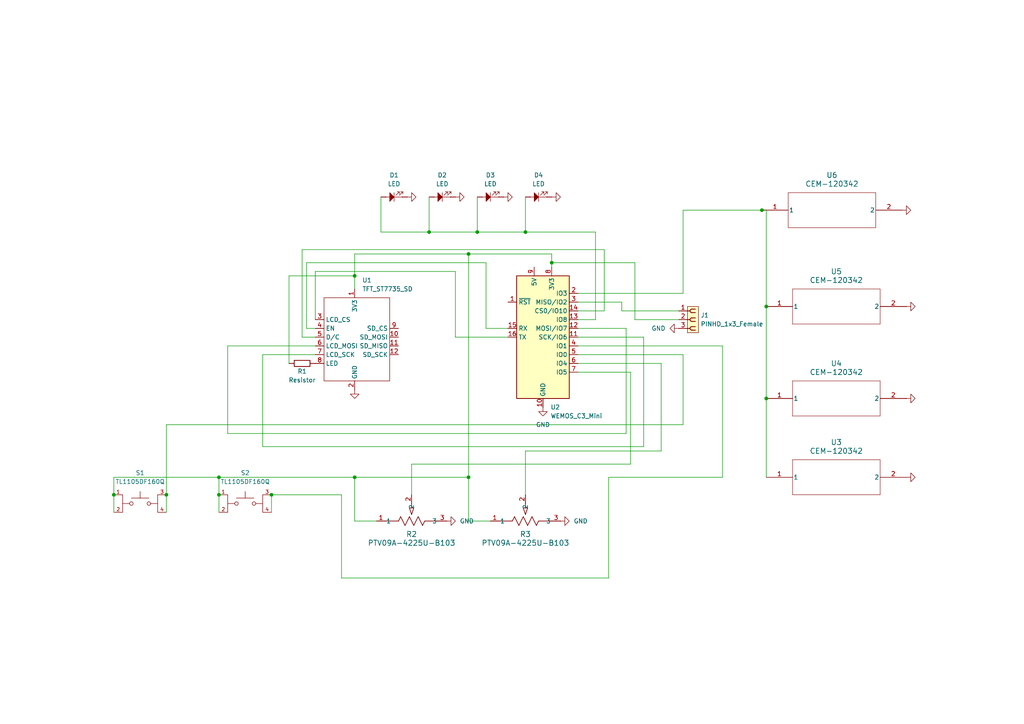
<source format=kicad_sch>
(kicad_sch
	(version 20231120)
	(generator "eeschema")
	(generator_version "8.0")
	(uuid "57ac37a4-7339-49b7-89bf-8c2709223f4d")
	(paper "A4")
	(lib_symbols
		(symbol "AsylumPot:PTV09A-4225U-B103"
			(pin_names
				(offset 0.254)
			)
			(exclude_from_sim no)
			(in_bom yes)
			(on_board yes)
			(property "Reference" "R"
				(at 10.795 -3.175 0)
				(effects
					(font
						(size 1.524 1.524)
					)
				)
			)
			(property "Value" "PTV09A-4225U-B103"
				(at 10.795 -6.35 0)
				(effects
					(font
						(size 1.524 1.524)
					)
				)
			)
			(property "Footprint" "POT_PTV09A-2_BRN"
				(at 0 0 0)
				(effects
					(font
						(size 1.27 1.27)
						(italic yes)
					)
					(hide yes)
				)
			)
			(property "Datasheet" "PTV09A-4225U-B103"
				(at 0 0 0)
				(effects
					(font
						(size 1.27 1.27)
						(italic yes)
					)
					(hide yes)
				)
			)
			(property "Description" ""
				(at 0 0 0)
				(effects
					(font
						(size 1.27 1.27)
					)
					(hide yes)
				)
			)
			(property "ki_locked" ""
				(at 0 0 0)
				(effects
					(font
						(size 1.27 1.27)
					)
				)
			)
			(property "ki_keywords" "PTV09A-4225U-B103"
				(at 0 0 0)
				(effects
					(font
						(size 1.27 1.27)
					)
					(hide yes)
				)
			)
			(property "ki_fp_filters" "POT_PTV09A-2_BRN"
				(at 0 0 0)
				(effects
					(font
						(size 1.27 1.27)
					)
					(hide yes)
				)
			)
			(symbol "PTV09A-4225U-B103_1_1"
				(polyline
					(pts
						(xy 2.54 0) (xy 6.35 0)
					)
					(stroke
						(width 0.2032)
						(type default)
					)
					(fill
						(type none)
					)
				)
				(polyline
					(pts
						(xy 6.35 0) (xy 6.985 1.27)
					)
					(stroke
						(width 0.2032)
						(type default)
					)
					(fill
						(type none)
					)
				)
				(polyline
					(pts
						(xy 6.985 1.27) (xy 8.255 -1.27)
					)
					(stroke
						(width 0.2032)
						(type default)
					)
					(fill
						(type none)
					)
				)
				(polyline
					(pts
						(xy 8.255 -1.27) (xy 9.525 1.27)
					)
					(stroke
						(width 0.2032)
						(type default)
					)
					(fill
						(type none)
					)
				)
				(polyline
					(pts
						(xy 9.525 1.27) (xy 10.795 -1.27)
					)
					(stroke
						(width 0.2032)
						(type default)
					)
					(fill
						(type none)
					)
				)
				(polyline
					(pts
						(xy 9.525 3.81) (xy 10.16 1.905)
					)
					(stroke
						(width 0.2032)
						(type default)
					)
					(fill
						(type none)
					)
				)
				(polyline
					(pts
						(xy 9.525 3.81) (xy 10.795 3.81)
					)
					(stroke
						(width 0.2032)
						(type default)
					)
					(fill
						(type none)
					)
				)
				(polyline
					(pts
						(xy 10.16 3.81) (xy 10.16 5.08)
					)
					(stroke
						(width 0.2032)
						(type default)
					)
					(fill
						(type none)
					)
				)
				(polyline
					(pts
						(xy 10.795 -1.27) (xy 12.065 1.27)
					)
					(stroke
						(width 0.2032)
						(type default)
					)
					(fill
						(type none)
					)
				)
				(polyline
					(pts
						(xy 10.795 3.81) (xy 10.16 1.905)
					)
					(stroke
						(width 0.2032)
						(type default)
					)
					(fill
						(type none)
					)
				)
				(polyline
					(pts
						(xy 12.065 1.27) (xy 13.335 -1.27)
					)
					(stroke
						(width 0.2032)
						(type default)
					)
					(fill
						(type none)
					)
				)
				(polyline
					(pts
						(xy 13.335 -1.27) (xy 13.97 0)
					)
					(stroke
						(width 0.2032)
						(type default)
					)
					(fill
						(type none)
					)
				)
				(polyline
					(pts
						(xy 13.97 0) (xy 17.78 0)
					)
					(stroke
						(width 0.2032)
						(type default)
					)
					(fill
						(type none)
					)
				)
				(pin unspecified line
					(at 0 0 0)
					(length 2.54)
					(name "1"
						(effects
							(font
								(size 1.27 1.27)
							)
						)
					)
					(number "1"
						(effects
							(font
								(size 1.27 1.27)
							)
						)
					)
				)
				(pin unspecified line
					(at 10.16 7.62 270)
					(length 2.54)
					(name "2"
						(effects
							(font
								(size 1.27 1.27)
							)
						)
					)
					(number "2"
						(effects
							(font
								(size 1.27 1.27)
							)
						)
					)
				)
				(pin unspecified line
					(at 20.32 0 180)
					(length 2.54)
					(name "3"
						(effects
							(font
								(size 1.27 1.27)
							)
						)
					)
					(number "3"
						(effects
							(font
								(size 1.27 1.27)
							)
						)
					)
				)
			)
			(symbol "PTV09A-4225U-B103_1_2"
				(polyline
					(pts
						(xy -3.81 -10.795) (xy -3.81 -9.525)
					)
					(stroke
						(width 0.2032)
						(type default)
					)
					(fill
						(type none)
					)
				)
				(polyline
					(pts
						(xy -3.81 -10.795) (xy -1.905 -10.16)
					)
					(stroke
						(width 0.2032)
						(type default)
					)
					(fill
						(type none)
					)
				)
				(polyline
					(pts
						(xy -3.81 -10.16) (xy -5.08 -10.16)
					)
					(stroke
						(width 0.2032)
						(type default)
					)
					(fill
						(type none)
					)
				)
				(polyline
					(pts
						(xy -3.81 -9.525) (xy -1.905 -10.16)
					)
					(stroke
						(width 0.2032)
						(type default)
					)
					(fill
						(type none)
					)
				)
				(polyline
					(pts
						(xy -1.27 -13.335) (xy 1.27 -12.065)
					)
					(stroke
						(width 0.2032)
						(type default)
					)
					(fill
						(type none)
					)
				)
				(polyline
					(pts
						(xy -1.27 -10.795) (xy 1.27 -9.525)
					)
					(stroke
						(width 0.2032)
						(type default)
					)
					(fill
						(type none)
					)
				)
				(polyline
					(pts
						(xy -1.27 -8.255) (xy 1.27 -6.985)
					)
					(stroke
						(width 0.2032)
						(type default)
					)
					(fill
						(type none)
					)
				)
				(polyline
					(pts
						(xy 0 -17.78) (xy 0 -13.97)
					)
					(stroke
						(width 0.2032)
						(type default)
					)
					(fill
						(type none)
					)
				)
				(polyline
					(pts
						(xy 0 -13.97) (xy -1.27 -13.335)
					)
					(stroke
						(width 0.2032)
						(type default)
					)
					(fill
						(type none)
					)
				)
				(polyline
					(pts
						(xy 0 -6.35) (xy 0 -2.54)
					)
					(stroke
						(width 0.2032)
						(type default)
					)
					(fill
						(type none)
					)
				)
				(polyline
					(pts
						(xy 1.27 -12.065) (xy -1.27 -10.795)
					)
					(stroke
						(width 0.2032)
						(type default)
					)
					(fill
						(type none)
					)
				)
				(polyline
					(pts
						(xy 1.27 -9.525) (xy -1.27 -8.255)
					)
					(stroke
						(width 0.2032)
						(type default)
					)
					(fill
						(type none)
					)
				)
				(polyline
					(pts
						(xy 1.27 -6.985) (xy 0 -6.35)
					)
					(stroke
						(width 0.2032)
						(type default)
					)
					(fill
						(type none)
					)
				)
				(pin unspecified line
					(at 0 0 270)
					(length 2.54)
					(name "1"
						(effects
							(font
								(size 1.27 1.27)
							)
						)
					)
					(number "1"
						(effects
							(font
								(size 1.27 1.27)
							)
						)
					)
				)
				(pin unspecified line
					(at -7.62 -10.16 0)
					(length 2.54)
					(name "2"
						(effects
							(font
								(size 1.27 1.27)
							)
						)
					)
					(number "2"
						(effects
							(font
								(size 1.27 1.27)
							)
						)
					)
				)
				(pin unspecified line
					(at 0 -20.32 90)
					(length 2.54)
					(name "3"
						(effects
							(font
								(size 1.27 1.27)
							)
						)
					)
					(number "3"
						(effects
							(font
								(size 1.27 1.27)
							)
						)
					)
				)
			)
		)
		(symbol "AsylumWeatherBuzzer:CEM-120342"
			(pin_names
				(offset 0.254)
			)
			(exclude_from_sim no)
			(in_bom yes)
			(on_board yes)
			(property "Reference" "U"
				(at 20.32 10.16 0)
				(effects
					(font
						(size 1.524 1.524)
					)
				)
			)
			(property "Value" "CEM-120342"
				(at 20.32 7.62 0)
				(effects
					(font
						(size 1.524 1.524)
					)
				)
			)
			(property "Footprint" "IC2_CEM-120342_CUD"
				(at 0 0 0)
				(effects
					(font
						(size 1.27 1.27)
						(italic yes)
					)
					(hide yes)
				)
			)
			(property "Datasheet" "CEM-120342"
				(at 0 0 0)
				(effects
					(font
						(size 1.27 1.27)
						(italic yes)
					)
					(hide yes)
				)
			)
			(property "Description" ""
				(at 0 0 0)
				(effects
					(font
						(size 1.27 1.27)
					)
					(hide yes)
				)
			)
			(property "ki_locked" ""
				(at 0 0 0)
				(effects
					(font
						(size 1.27 1.27)
					)
				)
			)
			(property "ki_keywords" "CEM-1203(42)"
				(at 0 0 0)
				(effects
					(font
						(size 1.27 1.27)
					)
					(hide yes)
				)
			)
			(property "ki_fp_filters" "IC2_CEM-120342_CUD"
				(at 0 0 0)
				(effects
					(font
						(size 1.27 1.27)
					)
					(hide yes)
				)
			)
			(symbol "CEM-120342_0_1"
				(polyline
					(pts
						(xy 7.62 -5.08) (xy 33.02 -5.08)
					)
					(stroke
						(width 0.127)
						(type default)
					)
					(fill
						(type none)
					)
				)
				(polyline
					(pts
						(xy 7.62 5.08) (xy 7.62 -5.08)
					)
					(stroke
						(width 0.127)
						(type default)
					)
					(fill
						(type none)
					)
				)
				(polyline
					(pts
						(xy 33.02 -5.08) (xy 33.02 5.08)
					)
					(stroke
						(width 0.127)
						(type default)
					)
					(fill
						(type none)
					)
				)
				(polyline
					(pts
						(xy 33.02 5.08) (xy 7.62 5.08)
					)
					(stroke
						(width 0.127)
						(type default)
					)
					(fill
						(type none)
					)
				)
				(pin unspecified line
					(at 0 0 0)
					(length 7.62)
					(name "1"
						(effects
							(font
								(size 1.27 1.27)
							)
						)
					)
					(number "1"
						(effects
							(font
								(size 1.27 1.27)
							)
						)
					)
				)
				(pin unspecified line
					(at 40.64 0 180)
					(length 7.62)
					(name "2"
						(effects
							(font
								(size 1.27 1.27)
							)
						)
					)
					(number "2"
						(effects
							(font
								(size 1.27 1.27)
							)
						)
					)
				)
			)
		)
		(symbol "LCD_Asylum:TFT_ST7735_SD"
			(exclude_from_sim no)
			(in_bom yes)
			(on_board yes)
			(property "Reference" "U"
				(at 6.858 -15.748 0)
				(effects
					(font
						(size 1.27 1.27)
					)
				)
			)
			(property "Value" "TFT_ST7735_SD"
				(at 13.462 -18.288 0)
				(effects
					(font
						(size 1.27 1.27)
					)
				)
			)
			(property "Footprint" "asylum-weather:TFT_ST7735_SD"
				(at 0 0 0)
				(effects
					(font
						(size 1.27 1.27)
					)
					(hide yes)
				)
			)
			(property "Datasheet" ""
				(at 0 0 0)
				(effects
					(font
						(size 1.27 1.27)
					)
					(hide yes)
				)
			)
			(property "Description" ""
				(at 0 0 0)
				(effects
					(font
						(size 1.27 1.27)
					)
					(hide yes)
				)
			)
			(symbol "TFT_ST7735_SD_0_1"
				(rectangle
					(start -5.08 10.16)
					(end 13.97 -13.97)
					(stroke
						(width 0)
						(type default)
					)
					(fill
						(type none)
					)
				)
			)
			(symbol "TFT_ST7735_SD_1_1"
				(pin power_in line
					(at 3.81 12.7 270)
					(length 2.54)
					(name "3V3"
						(effects
							(font
								(size 1.27 1.27)
							)
						)
					)
					(number "1"
						(effects
							(font
								(size 1.27 1.27)
							)
						)
					)
				)
				(pin input line
					(at 16.51 -1.27 180)
					(length 2.54)
					(name "SD_MOSI"
						(effects
							(font
								(size 1.27 1.27)
							)
						)
					)
					(number "10"
						(effects
							(font
								(size 1.27 1.27)
							)
						)
					)
				)
				(pin output line
					(at 16.51 -3.81 180)
					(length 2.54)
					(name "SD_MISO"
						(effects
							(font
								(size 1.27 1.27)
							)
						)
					)
					(number "11"
						(effects
							(font
								(size 1.27 1.27)
							)
						)
					)
				)
				(pin input line
					(at 16.51 -6.35 180)
					(length 2.54)
					(name "SD_SCK"
						(effects
							(font
								(size 1.27 1.27)
							)
						)
					)
					(number "12"
						(effects
							(font
								(size 1.27 1.27)
							)
						)
					)
				)
				(pin power_in line
					(at 3.81 -16.51 90)
					(length 2.54)
					(name "GND"
						(effects
							(font
								(size 1.27 1.27)
							)
						)
					)
					(number "2"
						(effects
							(font
								(size 1.27 1.27)
							)
						)
					)
				)
				(pin input line
					(at -7.62 3.81 0)
					(length 2.54)
					(name "LCD_CS"
						(effects
							(font
								(size 1.27 1.27)
							)
						)
					)
					(number "3"
						(effects
							(font
								(size 1.27 1.27)
							)
						)
					)
				)
				(pin input line
					(at -7.62 1.27 0)
					(length 2.54)
					(name "EN"
						(effects
							(font
								(size 1.27 1.27)
							)
						)
					)
					(number "4"
						(effects
							(font
								(size 1.27 1.27)
							)
						)
					)
				)
				(pin input line
					(at -7.62 -1.27 0)
					(length 2.54)
					(name "D/C"
						(effects
							(font
								(size 1.27 1.27)
							)
						)
					)
					(number "5"
						(effects
							(font
								(size 1.27 1.27)
							)
						)
					)
				)
				(pin input line
					(at -7.62 -3.81 0)
					(length 2.54)
					(name "LCD_MOSI"
						(effects
							(font
								(size 1.27 1.27)
							)
						)
					)
					(number "6"
						(effects
							(font
								(size 1.27 1.27)
							)
						)
					)
				)
				(pin input line
					(at -7.62 -6.35 0)
					(length 2.54)
					(name "LCD_SCK"
						(effects
							(font
								(size 1.27 1.27)
							)
						)
					)
					(number "7"
						(effects
							(font
								(size 1.27 1.27)
							)
						)
					)
				)
				(pin power_in line
					(at -7.62 -8.89 0)
					(length 2.54)
					(name "LED"
						(effects
							(font
								(size 1.27 1.27)
							)
						)
					)
					(number "8"
						(effects
							(font
								(size 1.27 1.27)
							)
						)
					)
				)
				(pin input line
					(at 16.51 1.27 180)
					(length 2.54)
					(name "SD_CS"
						(effects
							(font
								(size 1.27 1.27)
							)
						)
					)
					(number "9"
						(effects
							(font
								(size 1.27 1.27)
							)
						)
					)
				)
			)
		)
		(symbol "LCD_Asylum:WEMOS_C3_mini"
			(exclude_from_sim no)
			(in_bom yes)
			(on_board yes)
			(property "Reference" "U1"
				(at 2.1941 -20.32 0)
				(effects
					(font
						(size 1.27 1.27)
					)
					(justify left)
				)
			)
			(property "Value" "WEMOS_C3_Mini"
				(at 2.1941 -22.86 0)
				(effects
					(font
						(size 1.27 1.27)
					)
					(justify left)
				)
			)
			(property "Footprint" "Module:WEMOS_D1_mini_light"
				(at 0 -29.21 0)
				(effects
					(font
						(size 1.27 1.27)
					)
					(hide yes)
				)
			)
			(property "Datasheet" "https://wiki.wemos.cc/products:d1:d1_mini#documentation"
				(at -46.99 -29.21 0)
				(effects
					(font
						(size 1.27 1.27)
					)
					(hide yes)
				)
			)
			(property "Description" "32-bit microcontroller module with WiFi"
				(at 0 0 0)
				(effects
					(font
						(size 1.27 1.27)
					)
					(hide yes)
				)
			)
			(property "ki_keywords" "ESP8266 WiFi microcontroller ESP8266EX"
				(at 0 0 0)
				(effects
					(font
						(size 1.27 1.27)
					)
					(hide yes)
				)
			)
			(property "ki_fp_filters" "WEMOS*D1*mini*"
				(at 0 0 0)
				(effects
					(font
						(size 1.27 1.27)
					)
					(hide yes)
				)
			)
			(symbol "WEMOS_C3_mini_1_1"
				(rectangle
					(start -7.62 17.78)
					(end 7.62 -17.78)
					(stroke
						(width 0.254)
						(type default)
					)
					(fill
						(type background)
					)
				)
				(pin input line
					(at -10.16 10.16 0)
					(length 2.54)
					(name "~{RST}"
						(effects
							(font
								(size 1.27 1.27)
							)
						)
					)
					(number "1"
						(effects
							(font
								(size 1.27 1.27)
							)
						)
					)
				)
				(pin power_in line
					(at 0 -20.32 90)
					(length 2.54)
					(name "GND"
						(effects
							(font
								(size 1.27 1.27)
							)
						)
					)
					(number "10"
						(effects
							(font
								(size 1.27 1.27)
							)
						)
					)
				)
				(pin bidirectional line
					(at 10.16 0 180)
					(length 2.54)
					(name "SCK/IO6"
						(effects
							(font
								(size 1.27 1.27)
							)
						)
					)
					(number "11"
						(effects
							(font
								(size 1.27 1.27)
							)
						)
					)
				)
				(pin bidirectional line
					(at 10.16 2.54 180)
					(length 2.54)
					(name "MOSI/IO7"
						(effects
							(font
								(size 1.27 1.27)
							)
						)
					)
					(number "12"
						(effects
							(font
								(size 1.27 1.27)
							)
						)
					)
				)
				(pin bidirectional line
					(at 10.16 5.08 180)
					(length 2.54)
					(name "IO8"
						(effects
							(font
								(size 1.27 1.27)
							)
						)
					)
					(number "13"
						(effects
							(font
								(size 1.27 1.27)
							)
						)
					)
				)
				(pin bidirectional line
					(at 10.16 7.62 180)
					(length 2.54)
					(name "CS0/IO10"
						(effects
							(font
								(size 1.27 1.27)
							)
						)
					)
					(number "14"
						(effects
							(font
								(size 1.27 1.27)
							)
						)
					)
				)
				(pin input line
					(at -10.16 2.54 0)
					(length 2.54)
					(name "RX"
						(effects
							(font
								(size 1.27 1.27)
							)
						)
					)
					(number "15"
						(effects
							(font
								(size 1.27 1.27)
							)
						)
					)
				)
				(pin output line
					(at -10.16 0 0)
					(length 2.54)
					(name "TX"
						(effects
							(font
								(size 1.27 1.27)
							)
						)
					)
					(number "16"
						(effects
							(font
								(size 1.27 1.27)
							)
						)
					)
				)
				(pin input line
					(at 10.16 12.7 180)
					(length 2.54)
					(name "IO3"
						(effects
							(font
								(size 1.27 1.27)
							)
						)
					)
					(number "2"
						(effects
							(font
								(size 1.27 1.27)
							)
						)
					)
				)
				(pin bidirectional line
					(at 10.16 10.16 180)
					(length 2.54)
					(name "MISO/IO2"
						(effects
							(font
								(size 1.27 1.27)
							)
						)
					)
					(number "3"
						(effects
							(font
								(size 1.27 1.27)
							)
						)
					)
				)
				(pin bidirectional line
					(at 10.16 -2.54 180)
					(length 2.54)
					(name "IO1"
						(effects
							(font
								(size 1.27 1.27)
							)
						)
					)
					(number "4"
						(effects
							(font
								(size 1.27 1.27)
							)
						)
					)
				)
				(pin bidirectional line
					(at 10.16 -5.08 180)
					(length 2.54)
					(name "IO0"
						(effects
							(font
								(size 1.27 1.27)
							)
						)
					)
					(number "5"
						(effects
							(font
								(size 1.27 1.27)
							)
						)
					)
				)
				(pin bidirectional line
					(at 10.16 -7.62 180)
					(length 2.54)
					(name "IO4"
						(effects
							(font
								(size 1.27 1.27)
							)
						)
					)
					(number "6"
						(effects
							(font
								(size 1.27 1.27)
							)
						)
					)
				)
				(pin bidirectional line
					(at 10.16 -10.16 180)
					(length 2.54)
					(name "IO5"
						(effects
							(font
								(size 1.27 1.27)
							)
						)
					)
					(number "7"
						(effects
							(font
								(size 1.27 1.27)
							)
						)
					)
				)
				(pin power_out line
					(at 2.54 20.32 270)
					(length 2.54)
					(name "3V3"
						(effects
							(font
								(size 1.27 1.27)
							)
						)
					)
					(number "8"
						(effects
							(font
								(size 1.27 1.27)
							)
						)
					)
				)
				(pin power_in line
					(at -2.54 20.32 270)
					(length 2.54)
					(name "5V"
						(effects
							(font
								(size 1.27 1.27)
							)
						)
					)
					(number "9"
						(effects
							(font
								(size 1.27 1.27)
							)
						)
					)
				)
			)
		)
		(symbol "PCM_SL_Devices:LED"
			(exclude_from_sim no)
			(in_bom yes)
			(on_board yes)
			(property "Reference" "D"
				(at -0.508 5.334 0)
				(effects
					(font
						(size 1.27 1.27)
					)
				)
			)
			(property "Value" "LED"
				(at -0.508 2.794 0)
				(effects
					(font
						(size 1.27 1.27)
					)
				)
			)
			(property "Footprint" "LED_THT:LED_D5.0mm"
				(at -1.016 -2.794 0)
				(effects
					(font
						(size 1.27 1.27)
					)
					(hide yes)
				)
			)
			(property "Datasheet" ""
				(at -1.27 0 0)
				(effects
					(font
						(size 1.27 1.27)
					)
					(hide yes)
				)
			)
			(property "Description" "Common 5mm diameter LED"
				(at 0 0 0)
				(effects
					(font
						(size 1.27 1.27)
					)
					(hide yes)
				)
			)
			(property "ki_keywords" "LED 5mm"
				(at 0 0 0)
				(effects
					(font
						(size 1.27 1.27)
					)
					(hide yes)
				)
			)
			(property "ki_fp_filters" "LED_D5.0mm_Clear LED_D5.0mm_Horizontal_O1.27mm_Z3.0mm LED_D5.0mm_Horizontal_O3.81mm_Z3.0mm LED_D5.0mm_Horizontal_O6.35mm_Z3.0mm"
				(at 0 0 0)
				(effects
					(font
						(size 1.27 1.27)
					)
					(hide yes)
				)
			)
			(symbol "LED_0_1"
				(polyline
					(pts
						(xy -1.27 0) (xy -2.54 0)
					)
					(stroke
						(width 0)
						(type default)
					)
					(fill
						(type none)
					)
				)
				(polyline
					(pts
						(xy 0 1.27) (xy 0 -1.27)
					)
					(stroke
						(width 0)
						(type default)
					)
					(fill
						(type none)
					)
				)
				(polyline
					(pts
						(xy 0.508 0.508) (xy 1.524 1.524)
					)
					(stroke
						(width 0)
						(type default)
					)
					(fill
						(type none)
					)
				)
				(polyline
					(pts
						(xy 1.27 0) (xy 2.54 0)
					)
					(stroke
						(width 0)
						(type default)
					)
					(fill
						(type none)
					)
				)
				(polyline
					(pts
						(xy 1.524 0.508) (xy 2.54 1.524)
					)
					(stroke
						(width 0)
						(type default)
					)
					(fill
						(type none)
					)
				)
				(polyline
					(pts
						(xy 1.524 1.524) (xy 0.889 1.524)
					)
					(stroke
						(width 0)
						(type default)
					)
					(fill
						(type none)
					)
				)
				(polyline
					(pts
						(xy 1.524 1.524) (xy 1.524 0.889)
					)
					(stroke
						(width 0)
						(type default)
					)
					(fill
						(type none)
					)
				)
				(polyline
					(pts
						(xy 2.54 1.524) (xy 1.905 1.524)
					)
					(stroke
						(width 0)
						(type default)
					)
					(fill
						(type none)
					)
				)
				(polyline
					(pts
						(xy 2.54 1.524) (xy 2.54 0.889)
					)
					(stroke
						(width 0)
						(type default)
					)
					(fill
						(type none)
					)
				)
				(polyline
					(pts
						(xy 0 0) (xy -1.27 -1.27) (xy -1.27 1.27) (xy 0 0) (xy 1.27 0)
					)
					(stroke
						(width 0)
						(type default)
					)
					(fill
						(type outline)
					)
				)
			)
			(symbol "LED_1_1"
				(pin passive line
					(at 3.81 0 180)
					(length 1.5)
					(name "~"
						(effects
							(font
								(size 1.27 1.27)
							)
						)
					)
					(number "1"
						(effects
							(font
								(size 0 0)
							)
						)
					)
				)
				(pin passive line
					(at -3.81 0 0)
					(length 1.5)
					(name ""
						(effects
							(font
								(size 1.27 1.27)
							)
						)
					)
					(number "2"
						(effects
							(font
								(size 0 0)
							)
						)
					)
				)
			)
		)
		(symbol "PCM_SL_Pin_Headers:PINHD_1x3_Female"
			(exclude_from_sim no)
			(in_bom yes)
			(on_board yes)
			(property "Reference" "J"
				(at 0 8.89 0)
				(effects
					(font
						(size 1.27 1.27)
					)
				)
			)
			(property "Value" "PINHD_1x3_Female"
				(at 0 6.35 0)
				(effects
					(font
						(size 1.27 1.27)
					)
				)
			)
			(property "Footprint" "Connector_PinSocket_2.54mm:PinSocket_1x03_P2.54mm_Vertical"
				(at 2.54 11.43 0)
				(effects
					(font
						(size 1.27 1.27)
					)
					(hide yes)
				)
			)
			(property "Datasheet" ""
				(at 0 8.89 0)
				(effects
					(font
						(size 1.27 1.27)
					)
					(hide yes)
				)
			)
			(property "Description" "Pin Header female with pin space 2.54mm. Pin Count -3"
				(at 0 0 0)
				(effects
					(font
						(size 1.27 1.27)
					)
					(hide yes)
				)
			)
			(property "ki_keywords" "Pin Header"
				(at 0 0 0)
				(effects
					(font
						(size 1.27 1.27)
					)
					(hide yes)
				)
			)
			(property "ki_fp_filters" "PinSocket_1x03_P2.54mm*"
				(at 0 0 0)
				(effects
					(font
						(size 1.27 1.27)
					)
					(hide yes)
				)
			)
			(symbol "PINHD_1x3_Female_0_1"
				(rectangle
					(start -1.27 3.81)
					(end 1.905 -3.81)
					(stroke
						(width 0)
						(type default)
					)
					(fill
						(type background)
					)
				)
				(arc
					(start -0.508 -2.54)
					(mid -0.3592 -2.8992)
					(end 0 -3.048)
					(stroke
						(width 0.25)
						(type default)
					)
					(fill
						(type none)
					)
				)
				(arc
					(start -0.508 0)
					(mid -0.3592 -0.3592)
					(end 0 -0.508)
					(stroke
						(width 0.25)
						(type default)
					)
					(fill
						(type none)
					)
				)
				(arc
					(start -0.508 2.54)
					(mid -0.3592 2.1808)
					(end 0 2.032)
					(stroke
						(width 0.25)
						(type default)
					)
					(fill
						(type none)
					)
				)
				(arc
					(start 0 -2.032)
					(mid -0.3592 -2.1808)
					(end -0.508 -2.54)
					(stroke
						(width 0.25)
						(type default)
					)
					(fill
						(type none)
					)
				)
				(polyline
					(pts
						(xy -1.27 -2.54) (xy -0.508 -2.54)
					)
					(stroke
						(width 0.25)
						(type default)
					)
					(fill
						(type none)
					)
				)
				(polyline
					(pts
						(xy -1.27 0) (xy -0.508 0)
					)
					(stroke
						(width 0.25)
						(type default)
					)
					(fill
						(type none)
					)
				)
				(polyline
					(pts
						(xy -1.27 2.54) (xy -0.508 2.54)
					)
					(stroke
						(width 0.25)
						(type default)
					)
					(fill
						(type none)
					)
				)
				(polyline
					(pts
						(xy 0 -3.048) (xy 1.016 -3.048)
					)
					(stroke
						(width 0.25)
						(type default)
					)
					(fill
						(type none)
					)
				)
				(polyline
					(pts
						(xy 0 -2.032) (xy 1.016 -2.032)
					)
					(stroke
						(width 0.25)
						(type default)
					)
					(fill
						(type none)
					)
				)
				(polyline
					(pts
						(xy 0 -0.508) (xy 1.016 -0.508)
					)
					(stroke
						(width 0.25)
						(type default)
					)
					(fill
						(type none)
					)
				)
				(polyline
					(pts
						(xy 0 0.508) (xy 1.016 0.508)
					)
					(stroke
						(width 0.25)
						(type default)
					)
					(fill
						(type none)
					)
				)
				(polyline
					(pts
						(xy 0 2.032) (xy 1.016 2.032)
					)
					(stroke
						(width 0.25)
						(type default)
					)
					(fill
						(type none)
					)
				)
				(polyline
					(pts
						(xy 0 3.048) (xy 1.016 3.048)
					)
					(stroke
						(width 0.25)
						(type default)
					)
					(fill
						(type none)
					)
				)
				(arc
					(start 0 0.508)
					(mid -0.3592 0.3592)
					(end -0.508 0)
					(stroke
						(width 0.25)
						(type default)
					)
					(fill
						(type none)
					)
				)
				(arc
					(start 0 3.048)
					(mid -0.3592 2.8992)
					(end -0.508 2.54)
					(stroke
						(width 0.25)
						(type default)
					)
					(fill
						(type none)
					)
				)
			)
			(symbol "PINHD_1x3_Female_1_1"
				(pin passive line
					(at -3.81 2.54 0)
					(length 2.54)
					(name ""
						(effects
							(font
								(size 1.27 1.27)
							)
						)
					)
					(number "1"
						(effects
							(font
								(size 1.27 1.27)
							)
						)
					)
				)
				(pin passive line
					(at -3.81 0 0)
					(length 2.54)
					(name ""
						(effects
							(font
								(size 1.27 1.27)
							)
						)
					)
					(number "2"
						(effects
							(font
								(size 1.27 1.27)
							)
						)
					)
				)
				(pin passive line
					(at -3.81 -2.54 0)
					(length 2.54)
					(name ""
						(effects
							(font
								(size 1.27 1.27)
							)
						)
					)
					(number "3"
						(effects
							(font
								(size 1.27 1.27)
							)
						)
					)
				)
			)
		)
		(symbol "PCM_SL_Resistors:Resistor"
			(exclude_from_sim no)
			(in_bom yes)
			(on_board yes)
			(property "Reference" "R"
				(at 0 5.08 0)
				(effects
					(font
						(size 1.27 1.27)
					)
				)
			)
			(property "Value" "Resistor"
				(at 0 2.54 0)
				(effects
					(font
						(size 1.27 1.27)
					)
				)
			)
			(property "Footprint" "Resistor_THT:R_Axial_DIN0207_L6.3mm_D2.5mm_P10.16mm_Horizontal"
				(at 0.889 -4.318 0)
				(effects
					(font
						(size 1.27 1.27)
					)
					(hide yes)
				)
			)
			(property "Datasheet" ""
				(at 0.508 0 0)
				(effects
					(font
						(size 1.27 1.27)
					)
					(hide yes)
				)
			)
			(property "Description" "1/4W Resistor"
				(at 0 0 0)
				(effects
					(font
						(size 1.27 1.27)
					)
					(hide yes)
				)
			)
			(property "ki_keywords" "Resistor"
				(at 0 0 0)
				(effects
					(font
						(size 1.27 1.27)
					)
					(hide yes)
				)
			)
			(property "ki_fp_filters" "Resistor_THT:R_Axial_DIN0207_L6.3mm_D2.5mm*"
				(at 0 0 0)
				(effects
					(font
						(size 1.27 1.27)
					)
					(hide yes)
				)
			)
			(symbol "Resistor_0_1"
				(rectangle
					(start -2.286 0.889)
					(end 2.286 -0.889)
					(stroke
						(width 0.24)
						(type default)
					)
					(fill
						(type none)
					)
				)
			)
			(symbol "Resistor_1_1"
				(pin passive line
					(at -3.81 0 0)
					(length 1.5)
					(name ""
						(effects
							(font
								(size 1.27 1.27)
							)
						)
					)
					(number "1"
						(effects
							(font
								(size 0 0)
							)
						)
					)
				)
				(pin passive line
					(at 3.81 0 180)
					(length 1.5)
					(name "~"
						(effects
							(font
								(size 1.27 1.27)
							)
						)
					)
					(number "2"
						(effects
							(font
								(size 0 0)
							)
						)
					)
				)
			)
		)
		(symbol "TL1105DF160Q:TL1105DF160Q"
			(pin_names
				(offset 1.016)
			)
			(exclude_from_sim no)
			(in_bom yes)
			(on_board yes)
			(property "Reference" "S"
				(at -5.08 5.08 0)
				(effects
					(font
						(size 1.27 1.27)
					)
					(justify left bottom)
				)
			)
			(property "Value" "TL1105DF160Q"
				(at -5.08 -5.08 0)
				(effects
					(font
						(size 1.27 1.27)
					)
					(justify left bottom)
				)
			)
			(property "Footprint" "TL1105DF160Q:SW_TL1105DF160Q"
				(at 0 0 0)
				(effects
					(font
						(size 1.27 1.27)
					)
					(justify bottom)
					(hide yes)
				)
			)
			(property "Datasheet" ""
				(at 0 0 0)
				(effects
					(font
						(size 1.27 1.27)
					)
					(hide yes)
				)
			)
			(property "Description" ""
				(at 0 0 0)
				(effects
					(font
						(size 1.27 1.27)
					)
					(hide yes)
				)
			)
			(property "PARTREV" "A"
				(at 0 0 0)
				(effects
					(font
						(size 1.27 1.27)
					)
					(justify bottom)
					(hide yes)
				)
			)
			(property "STANDARD" "Manufacturer Recommendations"
				(at 0 0 0)
				(effects
					(font
						(size 1.27 1.27)
					)
					(justify bottom)
					(hide yes)
				)
			)
			(property "SNAPEDA_PN" "TL1105DF160Q"
				(at 0 0 0)
				(effects
					(font
						(size 1.27 1.27)
					)
					(justify bottom)
					(hide yes)
				)
			)
			(property "MAXIMUM_PACKAGE_HEIGHT" "13 mm"
				(at 0 0 0)
				(effects
					(font
						(size 1.27 1.27)
					)
					(justify bottom)
					(hide yes)
				)
			)
			(property "MANUFACTURER" "E-Switch"
				(at 0 0 0)
				(effects
					(font
						(size 1.27 1.27)
					)
					(justify bottom)
					(hide yes)
				)
			)
			(symbol "TL1105DF160Q_0_0"
				(circle
					(center -2.54 0)
					(radius 0.508)
					(stroke
						(width 0.1524)
						(type default)
					)
					(fill
						(type none)
					)
				)
				(polyline
					(pts
						(xy -5.08 0) (xy -3.048 0)
					)
					(stroke
						(width 0.1524)
						(type default)
					)
					(fill
						(type none)
					)
				)
				(polyline
					(pts
						(xy -5.08 2.54) (xy -5.08 -2.54)
					)
					(stroke
						(width 0.1524)
						(type default)
					)
					(fill
						(type none)
					)
				)
				(polyline
					(pts
						(xy -2.54 1.5875) (xy 0 1.5875)
					)
					(stroke
						(width 0.1524)
						(type default)
					)
					(fill
						(type none)
					)
				)
				(polyline
					(pts
						(xy 0 1.5875) (xy 0 3.4925)
					)
					(stroke
						(width 0.1524)
						(type default)
					)
					(fill
						(type none)
					)
				)
				(polyline
					(pts
						(xy 0 1.5875) (xy 2.54 1.5875)
					)
					(stroke
						(width 0.1524)
						(type default)
					)
					(fill
						(type none)
					)
				)
				(polyline
					(pts
						(xy 5.08 0) (xy 3.048 0)
					)
					(stroke
						(width 0.1524)
						(type default)
					)
					(fill
						(type none)
					)
				)
				(polyline
					(pts
						(xy 5.08 2.54) (xy 5.08 -2.54)
					)
					(stroke
						(width 0.1524)
						(type default)
					)
					(fill
						(type none)
					)
				)
				(circle
					(center 2.54 0)
					(radius 0.508)
					(stroke
						(width 0.1524)
						(type default)
					)
					(fill
						(type none)
					)
				)
				(pin passive line
					(at -7.62 2.54 0)
					(length 2.54)
					(name "~"
						(effects
							(font
								(size 1.016 1.016)
							)
						)
					)
					(number "1"
						(effects
							(font
								(size 1.016 1.016)
							)
						)
					)
				)
				(pin passive line
					(at -7.62 -2.54 0)
					(length 2.54)
					(name "~"
						(effects
							(font
								(size 1.016 1.016)
							)
						)
					)
					(number "2"
						(effects
							(font
								(size 1.016 1.016)
							)
						)
					)
				)
				(pin passive line
					(at 7.62 2.54 180)
					(length 2.54)
					(name "~"
						(effects
							(font
								(size 1.016 1.016)
							)
						)
					)
					(number "3"
						(effects
							(font
								(size 1.016 1.016)
							)
						)
					)
				)
				(pin passive line
					(at 7.62 -2.54 180)
					(length 2.54)
					(name "~"
						(effects
							(font
								(size 1.016 1.016)
							)
						)
					)
					(number "4"
						(effects
							(font
								(size 1.016 1.016)
							)
						)
					)
				)
			)
		)
		(symbol "power:GND"
			(power)
			(pin_numbers hide)
			(pin_names
				(offset 0) hide)
			(exclude_from_sim no)
			(in_bom yes)
			(on_board yes)
			(property "Reference" "#PWR"
				(at 0 -6.35 0)
				(effects
					(font
						(size 1.27 1.27)
					)
					(hide yes)
				)
			)
			(property "Value" "GND"
				(at 0 -3.81 0)
				(effects
					(font
						(size 1.27 1.27)
					)
				)
			)
			(property "Footprint" ""
				(at 0 0 0)
				(effects
					(font
						(size 1.27 1.27)
					)
					(hide yes)
				)
			)
			(property "Datasheet" ""
				(at 0 0 0)
				(effects
					(font
						(size 1.27 1.27)
					)
					(hide yes)
				)
			)
			(property "Description" "Power symbol creates a global label with name \"GND\" , ground"
				(at 0 0 0)
				(effects
					(font
						(size 1.27 1.27)
					)
					(hide yes)
				)
			)
			(property "ki_keywords" "global power"
				(at 0 0 0)
				(effects
					(font
						(size 1.27 1.27)
					)
					(hide yes)
				)
			)
			(symbol "GND_0_1"
				(polyline
					(pts
						(xy 0 0) (xy 0 -1.27) (xy 1.27 -1.27) (xy 0 -2.54) (xy -1.27 -1.27) (xy 0 -1.27)
					)
					(stroke
						(width 0)
						(type default)
					)
					(fill
						(type none)
					)
				)
			)
			(symbol "GND_1_1"
				(pin power_in line
					(at 0 0 270)
					(length 0)
					(name "~"
						(effects
							(font
								(size 1.27 1.27)
							)
						)
					)
					(number "1"
						(effects
							(font
								(size 1.27 1.27)
							)
						)
					)
				)
			)
		)
	)
	(junction
		(at 220.98 60.96)
		(diameter 0)
		(color 0 0 0 0)
		(uuid "033efcf0-f8d8-495f-9ba9-4614edfbfdc0")
	)
	(junction
		(at 124.46 67.31)
		(diameter 0)
		(color 0 0 0 0)
		(uuid "0bbbd183-daf7-4808-a31f-3900aba9c3cf")
	)
	(junction
		(at 138.43 67.31)
		(diameter 0)
		(color 0 0 0 0)
		(uuid "101a4a5e-711e-4586-9282-60702fe03ef4")
	)
	(junction
		(at 102.87 138.43)
		(diameter 0)
		(color 0 0 0 0)
		(uuid "225207b9-78f0-4347-a9ff-8fed6d7d9099")
	)
	(junction
		(at 152.4 67.31)
		(diameter 0)
		(color 0 0 0 0)
		(uuid "26ed7ff9-80ed-4844-9266-39228a8c9608")
	)
	(junction
		(at 102.87 80.01)
		(diameter 0)
		(color 0 0 0 0)
		(uuid "3275dcc2-14cd-4885-87a6-dcbbac87432c")
	)
	(junction
		(at 222.25 88.9)
		(diameter 0)
		(color 0 0 0 0)
		(uuid "36efbd55-1ad8-46f4-a66e-470627af9cbd")
	)
	(junction
		(at 135.89 73.66)
		(diameter 0)
		(color 0 0 0 0)
		(uuid "3ffdb176-f0c3-4c42-b6ca-a3281218e4f6")
	)
	(junction
		(at 33.02 143.51)
		(diameter 0)
		(color 0 0 0 0)
		(uuid "4fb5011b-ce67-4471-b0b1-38e057b8f408")
	)
	(junction
		(at 63.5 138.43)
		(diameter 0)
		(color 0 0 0 0)
		(uuid "786f01e4-6ec8-4dbe-aef6-2885815904e3")
	)
	(junction
		(at 78.74 143.51)
		(diameter 0)
		(color 0 0 0 0)
		(uuid "81ec98ff-4d75-42cc-87a6-f4026e1b4790")
	)
	(junction
		(at 160.02 76.2)
		(diameter 0)
		(color 0 0 0 0)
		(uuid "ac0bf947-4f8c-48d7-a1cc-cec53e016b22")
	)
	(junction
		(at 63.5 143.51)
		(diameter 0)
		(color 0 0 0 0)
		(uuid "c75c8429-f139-42d8-a0a8-2e7f16c0b708")
	)
	(junction
		(at 48.26 143.51)
		(diameter 0)
		(color 0 0 0 0)
		(uuid "cf46bb39-abf2-4306-9054-824690d5a84d")
	)
	(junction
		(at 222.25 115.57)
		(diameter 0)
		(color 0 0 0 0)
		(uuid "f126e794-076e-4536-aa6d-879bf50cf4ce")
	)
	(junction
		(at 135.89 138.43)
		(diameter 0)
		(color 0 0 0 0)
		(uuid "fe231707-903c-4cfc-bded-f35847457625")
	)
	(wire
		(pts
			(xy 209.55 100.33) (xy 167.64 100.33)
		)
		(stroke
			(width 0)
			(type default)
		)
		(uuid "0553abc7-ba97-41d5-8c27-4bfe16f472d2")
	)
	(wire
		(pts
			(xy 198.12 102.87) (xy 167.64 102.87)
		)
		(stroke
			(width 0)
			(type default)
		)
		(uuid "07cc133a-1055-4104-bcbf-96a6213309fb")
	)
	(wire
		(pts
			(xy 66.04 125.73) (xy 181.61 125.73)
		)
		(stroke
			(width 0)
			(type default)
		)
		(uuid "08db4926-88c8-42c1-b4e2-e775b906f15f")
	)
	(wire
		(pts
			(xy 176.53 167.64) (xy 176.53 138.43)
		)
		(stroke
			(width 0)
			(type default)
		)
		(uuid "0ba6702c-cf96-4a52-b4d1-eaa57595d717")
	)
	(wire
		(pts
			(xy 91.44 78.74) (xy 132.08 78.74)
		)
		(stroke
			(width 0)
			(type default)
		)
		(uuid "0d7b7547-9c49-401c-8bab-fa7684bc1417")
	)
	(wire
		(pts
			(xy 48.26 143.51) (xy 48.26 123.19)
		)
		(stroke
			(width 0)
			(type default)
		)
		(uuid "0ef3ea57-2897-49ea-9674-77db541da216")
	)
	(wire
		(pts
			(xy 167.64 85.09) (xy 198.12 85.09)
		)
		(stroke
			(width 0)
			(type default)
		)
		(uuid "124bac8f-caed-45fd-94ca-dd0cf3f4d64a")
	)
	(wire
		(pts
			(xy 132.08 78.74) (xy 132.08 97.79)
		)
		(stroke
			(width 0)
			(type default)
		)
		(uuid "12908d0c-9ef5-4d0d-ad55-4ddfe056923c")
	)
	(wire
		(pts
			(xy 152.4 143.51) (xy 152.4 130.81)
		)
		(stroke
			(width 0)
			(type default)
		)
		(uuid "131e07d0-09c3-4a88-bb81-a60a3b7a488e")
	)
	(wire
		(pts
			(xy 152.4 67.31) (xy 152.4 57.15)
		)
		(stroke
			(width 0)
			(type default)
		)
		(uuid "1472671a-6782-4fd1-8563-4a77253ba7a7")
	)
	(wire
		(pts
			(xy 48.26 123.19) (xy 198.12 123.19)
		)
		(stroke
			(width 0)
			(type default)
		)
		(uuid "14b87b20-7444-45a1-8228-39f352653b23")
	)
	(wire
		(pts
			(xy 182.88 107.95) (xy 167.64 107.95)
		)
		(stroke
			(width 0)
			(type default)
		)
		(uuid "1c4d192f-59a9-41ba-8fae-3023c8d24eeb")
	)
	(wire
		(pts
			(xy 102.87 138.43) (xy 102.87 151.13)
		)
		(stroke
			(width 0)
			(type default)
		)
		(uuid "1f81b588-9ca5-4bf8-a480-bf8ec91bbb3b")
	)
	(wire
		(pts
			(xy 175.26 72.39) (xy 175.26 90.17)
		)
		(stroke
			(width 0)
			(type default)
		)
		(uuid "24e66634-476b-490c-b532-693eac3f68d5")
	)
	(wire
		(pts
			(xy 66.04 100.33) (xy 66.04 125.73)
		)
		(stroke
			(width 0)
			(type default)
		)
		(uuid "2680f861-75da-4c7f-a27d-a2ebf10c710a")
	)
	(wire
		(pts
			(xy 222.25 88.9) (xy 222.25 60.96)
		)
		(stroke
			(width 0)
			(type default)
		)
		(uuid "27108738-2e65-4dda-be5f-f80981224b4f")
	)
	(wire
		(pts
			(xy 181.61 95.25) (xy 167.64 95.25)
		)
		(stroke
			(width 0)
			(type default)
		)
		(uuid "2764294d-4d90-4ad2-885c-c13cd02163fe")
	)
	(wire
		(pts
			(xy 196.85 92.71) (xy 184.15 92.71)
		)
		(stroke
			(width 0)
			(type default)
		)
		(uuid "27fb44cc-6567-4436-b46a-b21a97c97235")
	)
	(wire
		(pts
			(xy 119.38 134.62) (xy 182.88 134.62)
		)
		(stroke
			(width 0)
			(type default)
		)
		(uuid "2a2bdae4-1c98-47ec-9136-627a2dca422b")
	)
	(wire
		(pts
			(xy 135.89 138.43) (xy 135.89 151.13)
		)
		(stroke
			(width 0)
			(type default)
		)
		(uuid "2a2e0bcb-7a25-45be-95ee-f10a9dbab01e")
	)
	(wire
		(pts
			(xy 198.12 85.09) (xy 198.12 60.96)
		)
		(stroke
			(width 0)
			(type default)
		)
		(uuid "2c792d0e-fda5-42d1-a649-2fd466e128b3")
	)
	(wire
		(pts
			(xy 91.44 92.71) (xy 91.44 78.74)
		)
		(stroke
			(width 0)
			(type default)
		)
		(uuid "31d66de3-c6c8-48b7-9fb8-60646d009cbc")
	)
	(wire
		(pts
			(xy 124.46 67.31) (xy 138.43 67.31)
		)
		(stroke
			(width 0)
			(type default)
		)
		(uuid "39a39f13-e99e-4a2d-bf2d-6f54f9cc09b4")
	)
	(wire
		(pts
			(xy 181.61 125.73) (xy 181.61 95.25)
		)
		(stroke
			(width 0)
			(type default)
		)
		(uuid "3c48d211-f6a9-43d5-8a6f-ece90a22b838")
	)
	(wire
		(pts
			(xy 175.26 90.17) (xy 167.64 90.17)
		)
		(stroke
			(width 0)
			(type default)
		)
		(uuid "40bcb963-8118-40cc-a978-1f0d4684e655")
	)
	(wire
		(pts
			(xy 110.49 57.15) (xy 110.49 67.31)
		)
		(stroke
			(width 0)
			(type default)
		)
		(uuid "40e6ce83-40ac-4ef2-a00f-75884fdda353")
	)
	(wire
		(pts
			(xy 222.25 88.9) (xy 222.25 115.57)
		)
		(stroke
			(width 0)
			(type default)
		)
		(uuid "445d0482-1c03-4439-b23c-5eaaa93d5eae")
	)
	(wire
		(pts
			(xy 180.34 90.17) (xy 180.34 87.63)
		)
		(stroke
			(width 0)
			(type default)
		)
		(uuid "460b31a4-7356-42fb-a0ae-e88da3a09698")
	)
	(wire
		(pts
			(xy 102.87 138.43) (xy 63.5 138.43)
		)
		(stroke
			(width 0)
			(type default)
		)
		(uuid "47204b64-39c7-4f6e-a30d-226ea1e33872")
	)
	(wire
		(pts
			(xy 198.12 60.96) (xy 220.98 60.96)
		)
		(stroke
			(width 0)
			(type default)
		)
		(uuid "4a8ad481-39ee-4577-9231-3ad78ec6d39a")
	)
	(wire
		(pts
			(xy 88.9 95.25) (xy 88.9 76.2)
		)
		(stroke
			(width 0)
			(type default)
		)
		(uuid "4edd9b39-79be-499d-905b-6e47c21b4f0c")
	)
	(wire
		(pts
			(xy 138.43 67.31) (xy 152.4 67.31)
		)
		(stroke
			(width 0)
			(type default)
		)
		(uuid "4f88e8ae-bf7e-469e-99b7-945c9b98ad69")
	)
	(wire
		(pts
			(xy 63.5 138.43) (xy 63.5 143.51)
		)
		(stroke
			(width 0)
			(type default)
		)
		(uuid "51956eb3-a693-4578-8c31-406d810545a3")
	)
	(wire
		(pts
			(xy 102.87 83.82) (xy 102.87 80.01)
		)
		(stroke
			(width 0)
			(type default)
		)
		(uuid "525a5f36-2f71-43cc-aa9e-7338a88981cd")
	)
	(wire
		(pts
			(xy 33.02 143.51) (xy 33.02 148.59)
		)
		(stroke
			(width 0)
			(type default)
		)
		(uuid "53616969-00fa-43a9-92c0-b5d6007ab05f")
	)
	(wire
		(pts
			(xy 198.12 123.19) (xy 198.12 102.87)
		)
		(stroke
			(width 0)
			(type default)
		)
		(uuid "5b35c1d1-e326-4eee-89ef-f3713f53db31")
	)
	(wire
		(pts
			(xy 87.63 97.79) (xy 87.63 72.39)
		)
		(stroke
			(width 0)
			(type default)
		)
		(uuid "62a5c140-faa4-426c-893e-c90cd21a4731")
	)
	(wire
		(pts
			(xy 186.69 129.54) (xy 186.69 97.79)
		)
		(stroke
			(width 0)
			(type default)
		)
		(uuid "639b6567-2569-4ea0-b9a3-302a46b20155")
	)
	(wire
		(pts
			(xy 119.38 143.51) (xy 119.38 134.62)
		)
		(stroke
			(width 0)
			(type default)
		)
		(uuid "671723bc-5ea0-4d35-962d-7e9f17934585")
	)
	(wire
		(pts
			(xy 91.44 97.79) (xy 87.63 97.79)
		)
		(stroke
			(width 0)
			(type default)
		)
		(uuid "676743c3-fe25-4b9d-a002-268798274f72")
	)
	(wire
		(pts
			(xy 91.44 102.87) (xy 76.2 102.87)
		)
		(stroke
			(width 0)
			(type default)
		)
		(uuid "6c00ca5b-d787-4036-bf57-c91429e84538")
	)
	(wire
		(pts
			(xy 83.82 105.41) (xy 83.82 80.01)
		)
		(stroke
			(width 0)
			(type default)
		)
		(uuid "6ca7b576-eb5d-430c-8c81-846b44b9c339")
	)
	(wire
		(pts
			(xy 191.77 130.81) (xy 191.77 105.41)
		)
		(stroke
			(width 0)
			(type default)
		)
		(uuid "71cbaec0-f839-47af-9c7e-7ce61de2bdc1")
	)
	(wire
		(pts
			(xy 160.02 73.66) (xy 160.02 76.2)
		)
		(stroke
			(width 0)
			(type default)
		)
		(uuid "7396f53e-3f0c-47b2-9d7b-436e76f04920")
	)
	(wire
		(pts
			(xy 124.46 57.15) (xy 124.46 67.31)
		)
		(stroke
			(width 0)
			(type default)
		)
		(uuid "7e869f26-b09f-4476-9a01-8d0f1d0c918b")
	)
	(wire
		(pts
			(xy 222.25 115.57) (xy 222.25 138.43)
		)
		(stroke
			(width 0)
			(type default)
		)
		(uuid "7ea02bfb-c521-4bee-b8cb-3d577f4d5a34")
	)
	(wire
		(pts
			(xy 152.4 130.81) (xy 191.77 130.81)
		)
		(stroke
			(width 0)
			(type default)
		)
		(uuid "8184c540-195d-45ec-9d10-9efe06bc0268")
	)
	(wire
		(pts
			(xy 135.89 73.66) (xy 160.02 73.66)
		)
		(stroke
			(width 0)
			(type default)
		)
		(uuid "89fac716-fa88-4791-b3dc-1008dda196b9")
	)
	(wire
		(pts
			(xy 48.26 143.51) (xy 48.26 148.59)
		)
		(stroke
			(width 0)
			(type default)
		)
		(uuid "8e6502fc-e8a6-4dde-8766-560eedbd275b")
	)
	(wire
		(pts
			(xy 191.77 105.41) (xy 167.64 105.41)
		)
		(stroke
			(width 0)
			(type default)
		)
		(uuid "950bd660-72bf-40e7-bc86-b3abab31939b")
	)
	(wire
		(pts
			(xy 140.97 76.2) (xy 140.97 95.25)
		)
		(stroke
			(width 0)
			(type default)
		)
		(uuid "9765592d-5619-4a88-9fbd-9f50c1205b75")
	)
	(wire
		(pts
			(xy 182.88 134.62) (xy 182.88 107.95)
		)
		(stroke
			(width 0)
			(type default)
		)
		(uuid "98af4103-668d-440d-9173-cbcd047c57b0")
	)
	(wire
		(pts
			(xy 135.89 73.66) (xy 135.89 138.43)
		)
		(stroke
			(width 0)
			(type default)
		)
		(uuid "9b382fe8-4efb-4712-a48b-2103e4d992fc")
	)
	(wire
		(pts
			(xy 196.85 90.17) (xy 180.34 90.17)
		)
		(stroke
			(width 0)
			(type default)
		)
		(uuid "a06b9a6b-67b0-415c-bf39-e44476291e29")
	)
	(wire
		(pts
			(xy 78.74 143.51) (xy 78.74 148.59)
		)
		(stroke
			(width 0)
			(type default)
		)
		(uuid "a24a0854-79d9-444d-a673-125406b813a7")
	)
	(wire
		(pts
			(xy 172.72 67.31) (xy 152.4 67.31)
		)
		(stroke
			(width 0)
			(type default)
		)
		(uuid "a44c77d5-73c2-4f24-9665-9b8cc558d5fd")
	)
	(wire
		(pts
			(xy 110.49 67.31) (xy 124.46 67.31)
		)
		(stroke
			(width 0)
			(type default)
		)
		(uuid "a51ca219-69be-4bf9-8a18-7eaf26ad1a91")
	)
	(wire
		(pts
			(xy 138.43 57.15) (xy 138.43 67.31)
		)
		(stroke
			(width 0)
			(type default)
		)
		(uuid "a8445d58-fdc9-4cab-959e-7a014083d218")
	)
	(wire
		(pts
			(xy 87.63 72.39) (xy 175.26 72.39)
		)
		(stroke
			(width 0)
			(type default)
		)
		(uuid "b08669b5-afbf-4caf-87e5-737847bd0f4e")
	)
	(wire
		(pts
			(xy 172.72 92.71) (xy 172.72 67.31)
		)
		(stroke
			(width 0)
			(type default)
		)
		(uuid "b5e5eccc-483b-48b7-8ff9-42348861b842")
	)
	(wire
		(pts
			(xy 88.9 76.2) (xy 140.97 76.2)
		)
		(stroke
			(width 0)
			(type default)
		)
		(uuid "b8d4980d-5a24-44eb-b8e1-ca966952f6de")
	)
	(wire
		(pts
			(xy 167.64 92.71) (xy 172.72 92.71)
		)
		(stroke
			(width 0)
			(type default)
		)
		(uuid "bb0c9afd-a5c3-42ff-bb46-b118951d6cb2")
	)
	(wire
		(pts
			(xy 176.53 138.43) (xy 209.55 138.43)
		)
		(stroke
			(width 0)
			(type default)
		)
		(uuid "bb2b3648-d365-4663-9073-e1d07d2a5ffd")
	)
	(wire
		(pts
			(xy 209.55 138.43) (xy 209.55 100.33)
		)
		(stroke
			(width 0)
			(type default)
		)
		(uuid "bb47762b-a233-4cb5-b0cc-b9c3b3e21236")
	)
	(wire
		(pts
			(xy 132.08 97.79) (xy 147.32 97.79)
		)
		(stroke
			(width 0)
			(type default)
		)
		(uuid "bc02a708-b66c-4c7c-88bf-c2ed5a90c11c")
	)
	(wire
		(pts
			(xy 102.87 80.01) (xy 102.87 73.66)
		)
		(stroke
			(width 0)
			(type default)
		)
		(uuid "bd051424-4ec8-42c2-87b5-2fbe13f0d808")
	)
	(wire
		(pts
			(xy 160.02 76.2) (xy 160.02 77.47)
		)
		(stroke
			(width 0)
			(type default)
		)
		(uuid "be819737-2d8d-4e76-9e52-62e9375b023e")
	)
	(wire
		(pts
			(xy 91.44 95.25) (xy 88.9 95.25)
		)
		(stroke
			(width 0)
			(type default)
		)
		(uuid "bf5d59ac-a781-4b59-a21e-f297adcfc7b7")
	)
	(wire
		(pts
			(xy 78.74 143.51) (xy 99.06 143.51)
		)
		(stroke
			(width 0)
			(type default)
		)
		(uuid "c16c73b2-21cb-4ac3-b952-fa4dca7a1706")
	)
	(wire
		(pts
			(xy 76.2 129.54) (xy 186.69 129.54)
		)
		(stroke
			(width 0)
			(type default)
		)
		(uuid "c9db5f5c-6971-4603-a5bf-0737d9adae32")
	)
	(wire
		(pts
			(xy 99.06 143.51) (xy 99.06 167.64)
		)
		(stroke
			(width 0)
			(type default)
		)
		(uuid "ca5bba0a-276c-4691-8e4f-cef2bc9545df")
	)
	(wire
		(pts
			(xy 140.97 95.25) (xy 147.32 95.25)
		)
		(stroke
			(width 0)
			(type default)
		)
		(uuid "cb2032cc-28ea-4e40-a6c3-64b6b3812d9e")
	)
	(wire
		(pts
			(xy 91.44 100.33) (xy 66.04 100.33)
		)
		(stroke
			(width 0)
			(type default)
		)
		(uuid "e2427b7b-4d00-41d7-a25f-3bcad9c1f4f9")
	)
	(wire
		(pts
			(xy 83.82 80.01) (xy 102.87 80.01)
		)
		(stroke
			(width 0)
			(type default)
		)
		(uuid "e55fb22c-089b-4686-98c5-caf2a3b36f17")
	)
	(wire
		(pts
			(xy 220.98 60.96) (xy 222.25 60.96)
		)
		(stroke
			(width 0)
			(type default)
		)
		(uuid "e57217df-1c97-4487-af18-4f520f73ad3a")
	)
	(wire
		(pts
			(xy 63.5 138.43) (xy 33.02 138.43)
		)
		(stroke
			(width 0)
			(type default)
		)
		(uuid "e70ed51e-bd52-44fe-a4fc-2a46daf417ae")
	)
	(wire
		(pts
			(xy 99.06 167.64) (xy 176.53 167.64)
		)
		(stroke
			(width 0)
			(type default)
		)
		(uuid "ece4821c-fe87-4fec-83bb-13b4cec7e014")
	)
	(wire
		(pts
			(xy 186.69 97.79) (xy 167.64 97.79)
		)
		(stroke
			(width 0)
			(type default)
		)
		(uuid "edc15f19-9ef5-416d-b3de-c03ee7201b7c")
	)
	(wire
		(pts
			(xy 33.02 138.43) (xy 33.02 143.51)
		)
		(stroke
			(width 0)
			(type default)
		)
		(uuid "f0006f65-54f3-46d9-a839-8d7e3733da8a")
	)
	(wire
		(pts
			(xy 63.5 143.51) (xy 63.5 148.59)
		)
		(stroke
			(width 0)
			(type default)
		)
		(uuid "f17c1d7b-fcf5-44fe-bf89-8efe3cfcc4f0")
	)
	(wire
		(pts
			(xy 135.89 138.43) (xy 102.87 138.43)
		)
		(stroke
			(width 0)
			(type default)
		)
		(uuid "f5d862d5-ff55-4ee6-a832-4b027f517e48")
	)
	(wire
		(pts
			(xy 76.2 102.87) (xy 76.2 129.54)
		)
		(stroke
			(width 0)
			(type default)
		)
		(uuid "fab64be4-3f60-419d-931c-53917c03f1bf")
	)
	(wire
		(pts
			(xy 184.15 76.2) (xy 160.02 76.2)
		)
		(stroke
			(width 0)
			(type default)
		)
		(uuid "fb64e49b-64a8-4b8c-8646-da9198a796e3")
	)
	(wire
		(pts
			(xy 184.15 92.71) (xy 184.15 76.2)
		)
		(stroke
			(width 0)
			(type default)
		)
		(uuid "fc9d9b60-271a-4e8d-8d6b-13b1b7873cad")
	)
	(wire
		(pts
			(xy 102.87 73.66) (xy 135.89 73.66)
		)
		(stroke
			(width 0)
			(type default)
		)
		(uuid "fde64de4-06ff-44df-853a-7a30bb083314")
	)
	(wire
		(pts
			(xy 102.87 151.13) (xy 109.22 151.13)
		)
		(stroke
			(width 0)
			(type default)
		)
		(uuid "fdf9356f-97d7-439c-b924-b77bee5f52c1")
	)
	(wire
		(pts
			(xy 135.89 151.13) (xy 142.24 151.13)
		)
		(stroke
			(width 0)
			(type default)
		)
		(uuid "fe7e8b43-2ec8-40fb-af76-ceccabeed2ba")
	)
	(wire
		(pts
			(xy 180.34 87.63) (xy 167.64 87.63)
		)
		(stroke
			(width 0)
			(type default)
		)
		(uuid "ff906b84-6ef1-43d9-a19a-508d696085fd")
	)
	(symbol
		(lib_id "power:GND")
		(at 262.89 88.9 90)
		(unit 1)
		(exclude_from_sim no)
		(in_bom yes)
		(on_board yes)
		(dnp no)
		(fields_autoplaced yes)
		(uuid "006132fa-9410-4c9c-a89a-0951c80ea222")
		(property "Reference" "#PWR05"
			(at 269.24 88.9 0)
			(effects
				(font
					(size 1.27 1.27)
				)
				(hide yes)
			)
		)
		(property "Value" "GND"
			(at 266.7 88.8999 90)
			(effects
				(font
					(size 1.27 1.27)
				)
				(justify right)
				(hide yes)
			)
		)
		(property "Footprint" ""
			(at 262.89 88.9 0)
			(effects
				(font
					(size 1.27 1.27)
				)
				(hide yes)
			)
		)
		(property "Datasheet" ""
			(at 262.89 88.9 0)
			(effects
				(font
					(size 1.27 1.27)
				)
				(hide yes)
			)
		)
		(property "Description" "Power symbol creates a global label with name \"GND\" , ground"
			(at 262.89 88.9 0)
			(effects
				(font
					(size 1.27 1.27)
				)
				(hide yes)
			)
		)
		(pin "1"
			(uuid "b53b224c-8797-4249-a64a-e466466ad134")
		)
		(instances
			(project ""
				(path "/57ac37a4-7339-49b7-89bf-8c2709223f4d"
					(reference "#PWR05")
					(unit 1)
				)
			)
		)
	)
	(symbol
		(lib_id "power:GND")
		(at 262.89 138.43 90)
		(unit 1)
		(exclude_from_sim no)
		(in_bom yes)
		(on_board yes)
		(dnp no)
		(fields_autoplaced yes)
		(uuid "02290965-e47a-4dba-9716-829d12544882")
		(property "Reference" "#PWR03"
			(at 269.24 138.43 0)
			(effects
				(font
					(size 1.27 1.27)
				)
				(hide yes)
			)
		)
		(property "Value" "GND"
			(at 266.7 138.4299 90)
			(effects
				(font
					(size 1.27 1.27)
				)
				(justify right)
				(hide yes)
			)
		)
		(property "Footprint" ""
			(at 262.89 138.43 0)
			(effects
				(font
					(size 1.27 1.27)
				)
				(hide yes)
			)
		)
		(property "Datasheet" ""
			(at 262.89 138.43 0)
			(effects
				(font
					(size 1.27 1.27)
				)
				(hide yes)
			)
		)
		(property "Description" "Power symbol creates a global label with name \"GND\" , ground"
			(at 262.89 138.43 0)
			(effects
				(font
					(size 1.27 1.27)
				)
				(hide yes)
			)
		)
		(pin "1"
			(uuid "b53b224c-8797-4249-a64a-e466466ad135")
		)
		(instances
			(project ""
				(path "/57ac37a4-7339-49b7-89bf-8c2709223f4d"
					(reference "#PWR03")
					(unit 1)
				)
			)
		)
	)
	(symbol
		(lib_id "LCD_Asylum:TFT_ST7735_SD")
		(at 99.06 96.52 0)
		(unit 1)
		(exclude_from_sim no)
		(in_bom yes)
		(on_board yes)
		(dnp no)
		(fields_autoplaced yes)
		(uuid "02ff8770-46b5-44a8-b4a8-4fb1fd25dd6b")
		(property "Reference" "U1"
			(at 105.0641 81.28 0)
			(effects
				(font
					(size 1.27 1.27)
				)
				(justify left)
			)
		)
		(property "Value" "TFT_ST7735_SD"
			(at 105.0641 83.82 0)
			(effects
				(font
					(size 1.27 1.27)
				)
				(justify left)
			)
		)
		(property "Footprint" "asylum-weather:TFT_ST7735_SD"
			(at 99.06 96.52 0)
			(effects
				(font
					(size 1.27 1.27)
				)
				(hide yes)
			)
		)
		(property "Datasheet" ""
			(at 99.06 96.52 0)
			(effects
				(font
					(size 1.27 1.27)
				)
				(hide yes)
			)
		)
		(property "Description" ""
			(at 99.06 96.52 0)
			(effects
				(font
					(size 1.27 1.27)
				)
				(hide yes)
			)
		)
		(pin "1"
			(uuid "52f9e21e-519d-4647-be18-d64809c71247")
		)
		(pin "2"
			(uuid "6ef7b8ac-3e52-4a5c-9636-745478d2e0a4")
		)
		(pin "4"
			(uuid "6e4e1d3f-a959-4f6d-bfd6-abe6162def3c")
		)
		(pin "5"
			(uuid "3caac3a1-86ab-400b-bdd0-47aec2d1cf80")
		)
		(pin "9"
			(uuid "7438a22e-47af-410c-a8a3-d0e55c20f485")
		)
		(pin "12"
			(uuid "10f5c082-b716-4edd-abec-ff265d08cefc")
		)
		(pin "7"
			(uuid "fa79dc76-a6fa-414c-8243-8743a7872187")
		)
		(pin "11"
			(uuid "634ee474-da7e-4cf8-a94a-d5425ae1b2cd")
		)
		(pin "8"
			(uuid "0387e165-724f-46ea-8882-94a1aed6a51c")
		)
		(pin "10"
			(uuid "4641e840-1e92-4b84-aa76-2c4344e5fd24")
		)
		(pin "3"
			(uuid "dd107949-457c-4da5-ae3d-cc9d100baaa4")
		)
		(pin "6"
			(uuid "b8a2f32d-9df5-4178-bbd5-7aa577474543")
		)
		(instances
			(project ""
				(path "/57ac37a4-7339-49b7-89bf-8c2709223f4d"
					(reference "U1")
					(unit 1)
				)
			)
		)
	)
	(symbol
		(lib_id "TL1105DF160Q:TL1105DF160Q")
		(at 40.64 146.05 0)
		(unit 1)
		(exclude_from_sim no)
		(in_bom yes)
		(on_board yes)
		(dnp no)
		(fields_autoplaced yes)
		(uuid "066c6034-97bf-45b6-8660-d8f6fee23af5")
		(property "Reference" "S1"
			(at 40.64 137.16 0)
			(effects
				(font
					(size 1.27 1.27)
				)
			)
		)
		(property "Value" "TL1105DF160Q"
			(at 40.64 139.7 0)
			(effects
				(font
					(size 1.27 1.27)
				)
			)
		)
		(property "Footprint" "TL1105DF160Q:SW_TL1105DF160Q"
			(at 40.64 146.05 0)
			(effects
				(font
					(size 1.27 1.27)
				)
				(justify bottom)
				(hide yes)
			)
		)
		(property "Datasheet" ""
			(at 40.64 146.05 0)
			(effects
				(font
					(size 1.27 1.27)
				)
				(hide yes)
			)
		)
		(property "Description" ""
			(at 40.64 146.05 0)
			(effects
				(font
					(size 1.27 1.27)
				)
				(hide yes)
			)
		)
		(property "PARTREV" "A"
			(at 40.64 146.05 0)
			(effects
				(font
					(size 1.27 1.27)
				)
				(justify bottom)
				(hide yes)
			)
		)
		(property "STANDARD" "Manufacturer Recommendations"
			(at 40.64 146.05 0)
			(effects
				(font
					(size 1.27 1.27)
				)
				(justify bottom)
				(hide yes)
			)
		)
		(property "SNAPEDA_PN" "TL1105DF160Q"
			(at 40.64 146.05 0)
			(effects
				(font
					(size 1.27 1.27)
				)
				(justify bottom)
				(hide yes)
			)
		)
		(property "MAXIMUM_PACKAGE_HEIGHT" "13 mm"
			(at 40.64 146.05 0)
			(effects
				(font
					(size 1.27 1.27)
				)
				(justify bottom)
				(hide yes)
			)
		)
		(property "MANUFACTURER" "E-Switch"
			(at 40.64 146.05 0)
			(effects
				(font
					(size 1.27 1.27)
				)
				(justify bottom)
				(hide yes)
			)
		)
		(pin "1"
			(uuid "ac8f16e7-3730-4f77-963f-9b78b958c68f")
		)
		(pin "4"
			(uuid "5401d3f1-b4a7-4077-96fd-e2f861582701")
		)
		(pin "2"
			(uuid "1e90445d-8a0f-4514-a09b-44faf832ec7b")
		)
		(pin "3"
			(uuid "f542c770-06e9-468f-ad68-4afec898ea15")
		)
		(instances
			(project ""
				(path "/57ac37a4-7339-49b7-89bf-8c2709223f4d"
					(reference "S1")
					(unit 1)
				)
			)
		)
	)
	(symbol
		(lib_id "power:GND")
		(at 261.62 60.96 90)
		(unit 1)
		(exclude_from_sim no)
		(in_bom yes)
		(on_board yes)
		(dnp no)
		(fields_autoplaced yes)
		(uuid "1ca60651-6d3c-435a-9614-66e4b60246ed")
		(property "Reference" "#PWR06"
			(at 267.97 60.96 0)
			(effects
				(font
					(size 1.27 1.27)
				)
				(hide yes)
			)
		)
		(property "Value" "GND"
			(at 265.43 60.9599 90)
			(effects
				(font
					(size 1.27 1.27)
				)
				(justify right)
				(hide yes)
			)
		)
		(property "Footprint" ""
			(at 261.62 60.96 0)
			(effects
				(font
					(size 1.27 1.27)
				)
				(hide yes)
			)
		)
		(property "Datasheet" ""
			(at 261.62 60.96 0)
			(effects
				(font
					(size 1.27 1.27)
				)
				(hide yes)
			)
		)
		(property "Description" "Power symbol creates a global label with name \"GND\" , ground"
			(at 261.62 60.96 0)
			(effects
				(font
					(size 1.27 1.27)
				)
				(hide yes)
			)
		)
		(pin "1"
			(uuid "b53b224c-8797-4249-a64a-e466466ad136")
		)
		(instances
			(project ""
				(path "/57ac37a4-7339-49b7-89bf-8c2709223f4d"
					(reference "#PWR06")
					(unit 1)
				)
			)
		)
	)
	(symbol
		(lib_id "AsylumPot:PTV09A-4225U-B103")
		(at 142.24 151.13 0)
		(unit 1)
		(exclude_from_sim no)
		(in_bom yes)
		(on_board yes)
		(dnp no)
		(fields_autoplaced yes)
		(uuid "23d2286d-8aec-417e-9385-4831200c09fa")
		(property "Reference" "R3"
			(at 152.4 154.94 0)
			(effects
				(font
					(size 1.524 1.524)
				)
			)
		)
		(property "Value" "PTV09A-4225U-B103"
			(at 152.4 157.48 0)
			(effects
				(font
					(size 1.524 1.524)
				)
			)
		)
		(property "Footprint" "POT_PTV09A-2_BRN"
			(at 142.24 151.13 0)
			(effects
				(font
					(size 1.27 1.27)
					(italic yes)
				)
				(hide yes)
			)
		)
		(property "Datasheet" "PTV09A-4225U-B103"
			(at 142.24 151.13 0)
			(effects
				(font
					(size 1.27 1.27)
					(italic yes)
				)
				(hide yes)
			)
		)
		(property "Description" ""
			(at 142.24 151.13 0)
			(effects
				(font
					(size 1.27 1.27)
				)
				(hide yes)
			)
		)
		(pin "3"
			(uuid "0e627791-9c4a-43e5-b0ca-f6f6f53f9a1f")
		)
		(pin "2"
			(uuid "23305c78-2ad4-43b6-924a-c7bcff350517")
		)
		(pin "1"
			(uuid "1278ba23-bdbc-4ddf-8817-fad7a8f349db")
		)
		(instances
			(project ""
				(path "/57ac37a4-7339-49b7-89bf-8c2709223f4d"
					(reference "R3")
					(unit 1)
				)
			)
		)
	)
	(symbol
		(lib_id "power:GND")
		(at 129.54 151.13 90)
		(unit 1)
		(exclude_from_sim no)
		(in_bom yes)
		(on_board yes)
		(dnp no)
		(fields_autoplaced yes)
		(uuid "26fd7417-1d2c-428b-9f5d-7681b251c2a0")
		(property "Reference" "#PWR011"
			(at 135.89 151.13 0)
			(effects
				(font
					(size 1.27 1.27)
				)
				(hide yes)
			)
		)
		(property "Value" "GND"
			(at 133.35 151.1299 90)
			(effects
				(font
					(size 1.27 1.27)
				)
				(justify right)
			)
		)
		(property "Footprint" ""
			(at 129.54 151.13 0)
			(effects
				(font
					(size 1.27 1.27)
				)
				(hide yes)
			)
		)
		(property "Datasheet" ""
			(at 129.54 151.13 0)
			(effects
				(font
					(size 1.27 1.27)
				)
				(hide yes)
			)
		)
		(property "Description" "Power symbol creates a global label with name \"GND\" , ground"
			(at 129.54 151.13 0)
			(effects
				(font
					(size 1.27 1.27)
				)
				(hide yes)
			)
		)
		(pin "1"
			(uuid "aa7d373a-aa40-447b-9c83-133658d16676")
		)
		(instances
			(project ""
				(path "/57ac37a4-7339-49b7-89bf-8c2709223f4d"
					(reference "#PWR011")
					(unit 1)
				)
			)
		)
	)
	(symbol
		(lib_id "PCM_SL_Resistors:Resistor")
		(at 87.63 105.41 0)
		(unit 1)
		(exclude_from_sim no)
		(in_bom yes)
		(on_board yes)
		(dnp no)
		(uuid "2886e2f4-e8d2-462c-a16a-b9168f706f3f")
		(property "Reference" "R1"
			(at 87.63 107.696 0)
			(effects
				(font
					(size 1.27 1.27)
				)
			)
		)
		(property "Value" "Resistor"
			(at 87.63 110.236 0)
			(effects
				(font
					(size 1.27 1.27)
				)
			)
		)
		(property "Footprint" "Resistor_THT:R_Axial_DIN0207_L6.3mm_D2.5mm_P10.16mm_Horizontal"
			(at 88.519 109.728 0)
			(effects
				(font
					(size 1.27 1.27)
				)
				(hide yes)
			)
		)
		(property "Datasheet" ""
			(at 88.138 105.41 0)
			(effects
				(font
					(size 1.27 1.27)
				)
				(hide yes)
			)
		)
		(property "Description" "1/4W Resistor"
			(at 87.63 105.41 0)
			(effects
				(font
					(size 1.27 1.27)
				)
				(hide yes)
			)
		)
		(pin "2"
			(uuid "f7ef983b-82eb-4cff-aa51-e091b3c27c1d")
		)
		(pin "1"
			(uuid "561a2c33-04ce-4121-a46e-58d9dddc574e")
		)
		(instances
			(project ""
				(path "/57ac37a4-7339-49b7-89bf-8c2709223f4d"
					(reference "R1")
					(unit 1)
				)
			)
		)
	)
	(symbol
		(lib_id "AsylumWeatherBuzzer:CEM-120342")
		(at 222.25 115.57 0)
		(unit 1)
		(exclude_from_sim no)
		(in_bom yes)
		(on_board yes)
		(dnp no)
		(fields_autoplaced yes)
		(uuid "33970130-65b2-4a4f-849f-429e9b4053a6")
		(property "Reference" "U4"
			(at 242.57 105.41 0)
			(effects
				(font
					(size 1.524 1.524)
				)
			)
		)
		(property "Value" "CEM-120342"
			(at 242.57 107.95 0)
			(effects
				(font
					(size 1.524 1.524)
				)
			)
		)
		(property "Footprint" "asylum-buzzer:IC2_CEM-120342_CUD"
			(at 222.25 115.57 0)
			(effects
				(font
					(size 1.27 1.27)
					(italic yes)
				)
				(hide yes)
			)
		)
		(property "Datasheet" "CEM-120342"
			(at 222.25 115.57 0)
			(effects
				(font
					(size 1.27 1.27)
					(italic yes)
				)
				(hide yes)
			)
		)
		(property "Description" ""
			(at 222.25 115.57 0)
			(effects
				(font
					(size 1.27 1.27)
				)
				(hide yes)
			)
		)
		(pin "1"
			(uuid "7b3e0149-89be-4fc0-994c-cfe8c448e8ec")
		)
		(pin "2"
			(uuid "1677d97d-b9d5-451c-924e-6e9694c56b55")
		)
		(instances
			(project ""
				(path "/57ac37a4-7339-49b7-89bf-8c2709223f4d"
					(reference "U4")
					(unit 1)
				)
			)
		)
	)
	(symbol
		(lib_id "AsylumWeatherBuzzer:CEM-120342")
		(at 222.25 138.43 0)
		(unit 1)
		(exclude_from_sim no)
		(in_bom yes)
		(on_board yes)
		(dnp no)
		(fields_autoplaced yes)
		(uuid "41e9d882-55b1-4493-bd32-e01101b2af19")
		(property "Reference" "U3"
			(at 242.57 128.27 0)
			(effects
				(font
					(size 1.524 1.524)
				)
			)
		)
		(property "Value" "CEM-120342"
			(at 242.57 130.81 0)
			(effects
				(font
					(size 1.524 1.524)
				)
			)
		)
		(property "Footprint" "asylum-buzzer:IC2_CEM-120342_CUD"
			(at 222.25 138.43 0)
			(effects
				(font
					(size 1.27 1.27)
					(italic yes)
				)
				(hide yes)
			)
		)
		(property "Datasheet" "CEM-120342"
			(at 222.25 138.43 0)
			(effects
				(font
					(size 1.27 1.27)
					(italic yes)
				)
				(hide yes)
			)
		)
		(property "Description" ""
			(at 222.25 138.43 0)
			(effects
				(font
					(size 1.27 1.27)
				)
				(hide yes)
			)
		)
		(pin "1"
			(uuid "7b3e0149-89be-4fc0-994c-cfe8c448e8ed")
		)
		(pin "2"
			(uuid "1677d97d-b9d5-451c-924e-6e9694c56b56")
		)
		(instances
			(project ""
				(path "/57ac37a4-7339-49b7-89bf-8c2709223f4d"
					(reference "U3")
					(unit 1)
				)
			)
		)
	)
	(symbol
		(lib_id "PCM_SL_Devices:LED")
		(at 156.21 57.15 0)
		(unit 1)
		(exclude_from_sim no)
		(in_bom yes)
		(on_board yes)
		(dnp no)
		(fields_autoplaced yes)
		(uuid "46c68451-6818-497f-99a8-c4d0b1485a97")
		(property "Reference" "D4"
			(at 156.21 50.8 0)
			(effects
				(font
					(size 1.27 1.27)
				)
			)
		)
		(property "Value" "LED"
			(at 156.21 53.34 0)
			(effects
				(font
					(size 1.27 1.27)
				)
			)
		)
		(property "Footprint" "LED_THT:LED_D5.0mm"
			(at 155.194 59.944 0)
			(effects
				(font
					(size 1.27 1.27)
				)
				(hide yes)
			)
		)
		(property "Datasheet" ""
			(at 154.94 57.15 0)
			(effects
				(font
					(size 1.27 1.27)
				)
				(hide yes)
			)
		)
		(property "Description" "Common 5mm diameter LED"
			(at 156.21 57.15 0)
			(effects
				(font
					(size 1.27 1.27)
				)
				(hide yes)
			)
		)
		(pin "2"
			(uuid "1d247f87-4232-4d1d-83fa-dee7ff1b3f1d")
		)
		(pin "1"
			(uuid "2449f178-d6a7-40cb-94de-e36b2dfd0612")
		)
		(instances
			(project ""
				(path "/57ac37a4-7339-49b7-89bf-8c2709223f4d"
					(reference "D4")
					(unit 1)
				)
			)
		)
	)
	(symbol
		(lib_id "TL1105DF160Q:TL1105DF160Q")
		(at 71.12 146.05 0)
		(unit 1)
		(exclude_from_sim no)
		(in_bom yes)
		(on_board yes)
		(dnp no)
		(fields_autoplaced yes)
		(uuid "4d365809-f787-4bee-92da-ed8b3c301f44")
		(property "Reference" "S2"
			(at 71.12 137.16 0)
			(effects
				(font
					(size 1.27 1.27)
				)
			)
		)
		(property "Value" "TL1105DF160Q"
			(at 71.12 139.7 0)
			(effects
				(font
					(size 1.27 1.27)
				)
			)
		)
		(property "Footprint" "TL1105DF160Q:SW_TL1105DF160Q"
			(at 71.12 146.05 0)
			(effects
				(font
					(size 1.27 1.27)
				)
				(justify bottom)
				(hide yes)
			)
		)
		(property "Datasheet" ""
			(at 71.12 146.05 0)
			(effects
				(font
					(size 1.27 1.27)
				)
				(hide yes)
			)
		)
		(property "Description" ""
			(at 71.12 146.05 0)
			(effects
				(font
					(size 1.27 1.27)
				)
				(hide yes)
			)
		)
		(property "PARTREV" "A"
			(at 71.12 146.05 0)
			(effects
				(font
					(size 1.27 1.27)
				)
				(justify bottom)
				(hide yes)
			)
		)
		(property "STANDARD" "Manufacturer Recommendations"
			(at 71.12 146.05 0)
			(effects
				(font
					(size 1.27 1.27)
				)
				(justify bottom)
				(hide yes)
			)
		)
		(property "SNAPEDA_PN" "TL1105DF160Q"
			(at 71.12 146.05 0)
			(effects
				(font
					(size 1.27 1.27)
				)
				(justify bottom)
				(hide yes)
			)
		)
		(property "MAXIMUM_PACKAGE_HEIGHT" "13 mm"
			(at 71.12 146.05 0)
			(effects
				(font
					(size 1.27 1.27)
				)
				(justify bottom)
				(hide yes)
			)
		)
		(property "MANUFACTURER" "E-Switch"
			(at 71.12 146.05 0)
			(effects
				(font
					(size 1.27 1.27)
				)
				(justify bottom)
				(hide yes)
			)
		)
		(pin "1"
			(uuid "ac8f16e7-3730-4f77-963f-9b78b958c690")
		)
		(pin "4"
			(uuid "5401d3f1-b4a7-4077-96fd-e2f861582702")
		)
		(pin "2"
			(uuid "1e90445d-8a0f-4514-a09b-44faf832ec7c")
		)
		(pin "3"
			(uuid "f542c770-06e9-468f-ad68-4afec898ea16")
		)
		(instances
			(project ""
				(path "/57ac37a4-7339-49b7-89bf-8c2709223f4d"
					(reference "S2")
					(unit 1)
				)
			)
		)
	)
	(symbol
		(lib_id "AsylumPot:PTV09A-4225U-B103")
		(at 109.22 151.13 0)
		(unit 1)
		(exclude_from_sim no)
		(in_bom yes)
		(on_board yes)
		(dnp no)
		(fields_autoplaced yes)
		(uuid "4ddc08a8-adff-4ae6-bbc1-3ca349a8bcbe")
		(property "Reference" "R2"
			(at 119.38 154.94 0)
			(effects
				(font
					(size 1.524 1.524)
				)
			)
		)
		(property "Value" "PTV09A-4225U-B103"
			(at 119.38 157.48 0)
			(effects
				(font
					(size 1.524 1.524)
				)
			)
		)
		(property "Footprint" "POT_PTV09A-2_BRN"
			(at 109.22 151.13 0)
			(effects
				(font
					(size 1.27 1.27)
					(italic yes)
				)
				(hide yes)
			)
		)
		(property "Datasheet" "PTV09A-4225U-B103"
			(at 109.22 151.13 0)
			(effects
				(font
					(size 1.27 1.27)
					(italic yes)
				)
				(hide yes)
			)
		)
		(property "Description" ""
			(at 109.22 151.13 0)
			(effects
				(font
					(size 1.27 1.27)
				)
				(hide yes)
			)
		)
		(pin "3"
			(uuid "0e627791-9c4a-43e5-b0ca-f6f6f53f9a20")
		)
		(pin "2"
			(uuid "23305c78-2ad4-43b6-924a-c7bcff350518")
		)
		(pin "1"
			(uuid "1278ba23-bdbc-4ddf-8817-fad7a8f349dc")
		)
		(instances
			(project ""
				(path "/57ac37a4-7339-49b7-89bf-8c2709223f4d"
					(reference "R2")
					(unit 1)
				)
			)
		)
	)
	(symbol
		(lib_id "AsylumWeatherBuzzer:CEM-120342")
		(at 222.25 88.9 0)
		(unit 1)
		(exclude_from_sim no)
		(in_bom yes)
		(on_board yes)
		(dnp no)
		(fields_autoplaced yes)
		(uuid "504e6468-6249-4959-a3b9-094d9e25cf16")
		(property "Reference" "U5"
			(at 242.57 78.74 0)
			(effects
				(font
					(size 1.524 1.524)
				)
			)
		)
		(property "Value" "CEM-120342"
			(at 242.57 81.28 0)
			(effects
				(font
					(size 1.524 1.524)
				)
			)
		)
		(property "Footprint" "asylum-buzzer:IC2_CEM-120342_CUD"
			(at 222.25 88.9 0)
			(effects
				(font
					(size 1.27 1.27)
					(italic yes)
				)
				(hide yes)
			)
		)
		(property "Datasheet" "CEM-120342"
			(at 222.25 88.9 0)
			(effects
				(font
					(size 1.27 1.27)
					(italic yes)
				)
				(hide yes)
			)
		)
		(property "Description" ""
			(at 222.25 88.9 0)
			(effects
				(font
					(size 1.27 1.27)
				)
				(hide yes)
			)
		)
		(pin "1"
			(uuid "7b3e0149-89be-4fc0-994c-cfe8c448e8ee")
		)
		(pin "2"
			(uuid "1677d97d-b9d5-451c-924e-6e9694c56b57")
		)
		(instances
			(project ""
				(path "/57ac37a4-7339-49b7-89bf-8c2709223f4d"
					(reference "U5")
					(unit 1)
				)
			)
		)
	)
	(symbol
		(lib_id "LCD_Asylum:WEMOS_C3_mini")
		(at 157.48 97.79 0)
		(unit 1)
		(exclude_from_sim no)
		(in_bom yes)
		(on_board yes)
		(dnp no)
		(fields_autoplaced yes)
		(uuid "5718b37b-ea6b-4668-b32e-04993b90d030")
		(property "Reference" "U2"
			(at 159.6741 118.11 0)
			(effects
				(font
					(size 1.27 1.27)
				)
				(justify left)
			)
		)
		(property "Value" "WEMOS_C3_Mini"
			(at 159.6741 120.65 0)
			(effects
				(font
					(size 1.27 1.27)
				)
				(justify left)
			)
		)
		(property "Footprint" "Module:WEMOS_D1_mini_light"
			(at 157.48 127 0)
			(effects
				(font
					(size 1.27 1.27)
				)
				(hide yes)
			)
		)
		(property "Datasheet" "https://wiki.wemos.cc/products:d1:d1_mini#documentation"
			(at 110.49 127 0)
			(effects
				(font
					(size 1.27 1.27)
				)
				(hide yes)
			)
		)
		(property "Description" "32-bit microcontroller module with WiFi"
			(at 157.48 97.79 0)
			(effects
				(font
					(size 1.27 1.27)
				)
				(hide yes)
			)
		)
		(pin "15"
			(uuid "a4c705bf-8fb2-4a6d-89e4-b327f8c02eab")
		)
		(pin "16"
			(uuid "0f094d22-6714-4f60-89f4-822f489cc022")
		)
		(pin "4"
			(uuid "4aaee6fc-442d-4d24-8624-03e08a8e94c4")
		)
		(pin "7"
			(uuid "8b7d1eab-d6a2-4f11-8958-018512d9eda0")
		)
		(pin "13"
			(uuid "14554a26-208e-462b-840b-42e94442bcde")
		)
		(pin "8"
			(uuid "b7730789-9010-4339-81f3-2ed6217b1d2e")
		)
		(pin "3"
			(uuid "6e787639-6804-4cad-bec6-9c74ec894d99")
		)
		(pin "2"
			(uuid "7f75eea1-d208-4258-b643-64ac0d88958c")
		)
		(pin "1"
			(uuid "968a1aa9-0bb0-4a28-a976-5ddc5dea4aa9")
		)
		(pin "9"
			(uuid "239d554e-ffee-4784-ab36-184740863e13")
		)
		(pin "12"
			(uuid "00daf838-c7c6-4173-bce0-53e2ce574b7d")
		)
		(pin "10"
			(uuid "2ed2dd9d-201a-44bc-913f-6f63dc11cc51")
		)
		(pin "5"
			(uuid "05b673bf-46eb-45e7-acd8-056c5a776f33")
		)
		(pin "6"
			(uuid "e2671662-2a5a-446c-b058-11e166c9b0f2")
		)
		(pin "14"
			(uuid "007151f8-0b3c-42a5-b531-e81850d640d5")
		)
		(pin "11"
			(uuid "00c86c2f-d24a-4b69-a731-99f13d50970c")
		)
		(instances
			(project ""
				(path "/57ac37a4-7339-49b7-89bf-8c2709223f4d"
					(reference "U2")
					(unit 1)
				)
			)
		)
	)
	(symbol
		(lib_id "power:GND")
		(at 132.08 57.15 90)
		(unit 1)
		(exclude_from_sim no)
		(in_bom yes)
		(on_board yes)
		(dnp no)
		(fields_autoplaced yes)
		(uuid "5cca805c-7f91-4d6b-8b17-14addbb3f515")
		(property "Reference" "#PWR08"
			(at 138.43 57.15 0)
			(effects
				(font
					(size 1.27 1.27)
				)
				(hide yes)
			)
		)
		(property "Value" "GND"
			(at 135.89 57.1499 90)
			(effects
				(font
					(size 1.27 1.27)
				)
				(justify right)
				(hide yes)
			)
		)
		(property "Footprint" ""
			(at 132.08 57.15 0)
			(effects
				(font
					(size 1.27 1.27)
				)
				(hide yes)
			)
		)
		(property "Datasheet" ""
			(at 132.08 57.15 0)
			(effects
				(font
					(size 1.27 1.27)
				)
				(hide yes)
			)
		)
		(property "Description" "Power symbol creates a global label with name \"GND\" , ground"
			(at 132.08 57.15 0)
			(effects
				(font
					(size 1.27 1.27)
				)
				(hide yes)
			)
		)
		(pin "1"
			(uuid "fe6a4302-638e-4294-ad77-3b72b5109683")
		)
		(instances
			(project ""
				(path "/57ac37a4-7339-49b7-89bf-8c2709223f4d"
					(reference "#PWR08")
					(unit 1)
				)
			)
		)
	)
	(symbol
		(lib_id "PCM_SL_Pin_Headers:PINHD_1x3_Female")
		(at 200.66 92.71 0)
		(unit 1)
		(exclude_from_sim no)
		(in_bom yes)
		(on_board yes)
		(dnp no)
		(fields_autoplaced yes)
		(uuid "66f1e45c-7496-4af3-b735-694b843a58e4")
		(property "Reference" "J1"
			(at 203.2 91.4399 0)
			(effects
				(font
					(size 1.27 1.27)
				)
				(justify left)
			)
		)
		(property "Value" "PINHD_1x3_Female"
			(at 203.2 93.9799 0)
			(effects
				(font
					(size 1.27 1.27)
				)
				(justify left)
			)
		)
		(property "Footprint" "Connector_PinSocket_2.54mm:PinSocket_1x03_P2.54mm_Vertical"
			(at 203.2 81.28 0)
			(effects
				(font
					(size 1.27 1.27)
				)
				(hide yes)
			)
		)
		(property "Datasheet" ""
			(at 200.66 83.82 0)
			(effects
				(font
					(size 1.27 1.27)
				)
				(hide yes)
			)
		)
		(property "Description" "Pin Header female with pin space 2.54mm. Pin Count -3"
			(at 200.66 92.71 0)
			(effects
				(font
					(size 1.27 1.27)
				)
				(hide yes)
			)
		)
		(pin "3"
			(uuid "484bcc00-135f-4a00-8b87-56baceda4324")
		)
		(pin "2"
			(uuid "64f7f7bc-7e78-4ccb-8eca-4fc47461145d")
		)
		(pin "1"
			(uuid "30831589-70d8-4b04-902b-b3cdfa44a815")
		)
		(instances
			(project ""
				(path "/57ac37a4-7339-49b7-89bf-8c2709223f4d"
					(reference "J1")
					(unit 1)
				)
			)
		)
	)
	(symbol
		(lib_id "power:GND")
		(at 157.48 118.11 0)
		(unit 1)
		(exclude_from_sim no)
		(in_bom yes)
		(on_board yes)
		(dnp no)
		(fields_autoplaced yes)
		(uuid "79f004e7-9e61-4cd1-9b84-49235a5bce45")
		(property "Reference" "#PWR02"
			(at 157.48 124.46 0)
			(effects
				(font
					(size 1.27 1.27)
				)
				(hide yes)
			)
		)
		(property "Value" "GND"
			(at 157.48 123.19 0)
			(effects
				(font
					(size 1.27 1.27)
				)
			)
		)
		(property "Footprint" ""
			(at 157.48 118.11 0)
			(effects
				(font
					(size 1.27 1.27)
				)
				(hide yes)
			)
		)
		(property "Datasheet" ""
			(at 157.48 118.11 0)
			(effects
				(font
					(size 1.27 1.27)
				)
				(hide yes)
			)
		)
		(property "Description" "Power symbol creates a global label with name \"GND\" , ground"
			(at 157.48 118.11 0)
			(effects
				(font
					(size 1.27 1.27)
				)
				(hide yes)
			)
		)
		(pin "1"
			(uuid "a9afce91-f827-4664-abb7-6344d1fd086f")
		)
		(instances
			(project ""
				(path "/57ac37a4-7339-49b7-89bf-8c2709223f4d"
					(reference "#PWR02")
					(unit 1)
				)
			)
		)
	)
	(symbol
		(lib_id "power:GND")
		(at 162.56 151.13 90)
		(unit 1)
		(exclude_from_sim no)
		(in_bom yes)
		(on_board yes)
		(dnp no)
		(fields_autoplaced yes)
		(uuid "7ea239fa-8167-4b6f-b0a1-dbf9e28504ac")
		(property "Reference" "#PWR012"
			(at 168.91 151.13 0)
			(effects
				(font
					(size 1.27 1.27)
				)
				(hide yes)
			)
		)
		(property "Value" "GND"
			(at 166.37 151.1299 90)
			(effects
				(font
					(size 1.27 1.27)
				)
				(justify right)
			)
		)
		(property "Footprint" ""
			(at 162.56 151.13 0)
			(effects
				(font
					(size 1.27 1.27)
				)
				(hide yes)
			)
		)
		(property "Datasheet" ""
			(at 162.56 151.13 0)
			(effects
				(font
					(size 1.27 1.27)
				)
				(hide yes)
			)
		)
		(property "Description" "Power symbol creates a global label with name \"GND\" , ground"
			(at 162.56 151.13 0)
			(effects
				(font
					(size 1.27 1.27)
				)
				(hide yes)
			)
		)
		(pin "1"
			(uuid "aa7d373a-aa40-447b-9c83-133658d16677")
		)
		(instances
			(project ""
				(path "/57ac37a4-7339-49b7-89bf-8c2709223f4d"
					(reference "#PWR012")
					(unit 1)
				)
			)
		)
	)
	(symbol
		(lib_id "PCM_SL_Devices:LED")
		(at 142.24 57.15 0)
		(unit 1)
		(exclude_from_sim no)
		(in_bom yes)
		(on_board yes)
		(dnp no)
		(fields_autoplaced yes)
		(uuid "83626db8-03b0-45c5-8cd9-2eb0f5471695")
		(property "Reference" "D3"
			(at 142.24 50.8 0)
			(effects
				(font
					(size 1.27 1.27)
				)
			)
		)
		(property "Value" "LED"
			(at 142.24 53.34 0)
			(effects
				(font
					(size 1.27 1.27)
				)
			)
		)
		(property "Footprint" "LED_THT:LED_D5.0mm"
			(at 141.224 59.944 0)
			(effects
				(font
					(size 1.27 1.27)
				)
				(hide yes)
			)
		)
		(property "Datasheet" ""
			(at 140.97 57.15 0)
			(effects
				(font
					(size 1.27 1.27)
				)
				(hide yes)
			)
		)
		(property "Description" "Common 5mm diameter LED"
			(at 142.24 57.15 0)
			(effects
				(font
					(size 1.27 1.27)
				)
				(hide yes)
			)
		)
		(pin "2"
			(uuid "1d247f87-4232-4d1d-83fa-dee7ff1b3f1e")
		)
		(pin "1"
			(uuid "2449f178-d6a7-40cb-94de-e36b2dfd0613")
		)
		(instances
			(project ""
				(path "/57ac37a4-7339-49b7-89bf-8c2709223f4d"
					(reference "D3")
					(unit 1)
				)
			)
		)
	)
	(symbol
		(lib_id "power:GND")
		(at 160.02 57.15 90)
		(unit 1)
		(exclude_from_sim no)
		(in_bom yes)
		(on_board yes)
		(dnp no)
		(fields_autoplaced yes)
		(uuid "88e25a32-2aaf-4dfe-b53f-f3fa6c617fbd")
		(property "Reference" "#PWR010"
			(at 166.37 57.15 0)
			(effects
				(font
					(size 1.27 1.27)
				)
				(hide yes)
			)
		)
		(property "Value" "GND"
			(at 163.83 57.1499 90)
			(effects
				(font
					(size 1.27 1.27)
				)
				(justify right)
				(hide yes)
			)
		)
		(property "Footprint" ""
			(at 160.02 57.15 0)
			(effects
				(font
					(size 1.27 1.27)
				)
				(hide yes)
			)
		)
		(property "Datasheet" ""
			(at 160.02 57.15 0)
			(effects
				(font
					(size 1.27 1.27)
				)
				(hide yes)
			)
		)
		(property "Description" "Power symbol creates a global label with name \"GND\" , ground"
			(at 160.02 57.15 0)
			(effects
				(font
					(size 1.27 1.27)
				)
				(hide yes)
			)
		)
		(pin "1"
			(uuid "fe6a4302-638e-4294-ad77-3b72b5109684")
		)
		(instances
			(project ""
				(path "/57ac37a4-7339-49b7-89bf-8c2709223f4d"
					(reference "#PWR010")
					(unit 1)
				)
			)
		)
	)
	(symbol
		(lib_id "PCM_SL_Devices:LED")
		(at 114.3 57.15 0)
		(unit 1)
		(exclude_from_sim no)
		(in_bom yes)
		(on_board yes)
		(dnp no)
		(fields_autoplaced yes)
		(uuid "a0bef3e0-e8ca-4c7a-b2a5-a850c4573f8d")
		(property "Reference" "D1"
			(at 114.3 50.8 0)
			(effects
				(font
					(size 1.27 1.27)
				)
			)
		)
		(property "Value" "LED"
			(at 114.3 53.34 0)
			(effects
				(font
					(size 1.27 1.27)
				)
			)
		)
		(property "Footprint" "LED_THT:LED_D5.0mm"
			(at 113.284 59.944 0)
			(effects
				(font
					(size 1.27 1.27)
				)
				(hide yes)
			)
		)
		(property "Datasheet" ""
			(at 113.03 57.15 0)
			(effects
				(font
					(size 1.27 1.27)
				)
				(hide yes)
			)
		)
		(property "Description" "Common 5mm diameter LED"
			(at 114.3 57.15 0)
			(effects
				(font
					(size 1.27 1.27)
				)
				(hide yes)
			)
		)
		(pin "2"
			(uuid "1d247f87-4232-4d1d-83fa-dee7ff1b3f1f")
		)
		(pin "1"
			(uuid "2449f178-d6a7-40cb-94de-e36b2dfd0614")
		)
		(instances
			(project ""
				(path "/57ac37a4-7339-49b7-89bf-8c2709223f4d"
					(reference "D1")
					(unit 1)
				)
			)
		)
	)
	(symbol
		(lib_id "PCM_SL_Devices:LED")
		(at 128.27 57.15 0)
		(unit 1)
		(exclude_from_sim no)
		(in_bom yes)
		(on_board yes)
		(dnp no)
		(fields_autoplaced yes)
		(uuid "a42a681a-12d9-447c-afbe-bde77a513a13")
		(property "Reference" "D2"
			(at 128.27 50.8 0)
			(effects
				(font
					(size 1.27 1.27)
				)
			)
		)
		(property "Value" "LED"
			(at 128.27 53.34 0)
			(effects
				(font
					(size 1.27 1.27)
				)
			)
		)
		(property "Footprint" "LED_THT:LED_D5.0mm"
			(at 127.254 59.944 0)
			(effects
				(font
					(size 1.27 1.27)
				)
				(hide yes)
			)
		)
		(property "Datasheet" ""
			(at 127 57.15 0)
			(effects
				(font
					(size 1.27 1.27)
				)
				(hide yes)
			)
		)
		(property "Description" "Common 5mm diameter LED"
			(at 128.27 57.15 0)
			(effects
				(font
					(size 1.27 1.27)
				)
				(hide yes)
			)
		)
		(pin "2"
			(uuid "1d247f87-4232-4d1d-83fa-dee7ff1b3f20")
		)
		(pin "1"
			(uuid "2449f178-d6a7-40cb-94de-e36b2dfd0615")
		)
		(instances
			(project ""
				(path "/57ac37a4-7339-49b7-89bf-8c2709223f4d"
					(reference "D2")
					(unit 1)
				)
			)
		)
	)
	(symbol
		(lib_id "power:GND")
		(at 196.85 95.25 270)
		(unit 1)
		(exclude_from_sim no)
		(in_bom yes)
		(on_board yes)
		(dnp no)
		(fields_autoplaced yes)
		(uuid "bc944774-e5af-4333-bfc0-84dc36e02022")
		(property "Reference" "#PWR013"
			(at 190.5 95.25 0)
			(effects
				(font
					(size 1.27 1.27)
				)
				(hide yes)
			)
		)
		(property "Value" "GND"
			(at 193.04 95.2499 90)
			(effects
				(font
					(size 1.27 1.27)
				)
				(justify right)
			)
		)
		(property "Footprint" ""
			(at 196.85 95.25 0)
			(effects
				(font
					(size 1.27 1.27)
				)
				(hide yes)
			)
		)
		(property "Datasheet" ""
			(at 196.85 95.25 0)
			(effects
				(font
					(size 1.27 1.27)
				)
				(hide yes)
			)
		)
		(property "Description" "Power symbol creates a global label with name \"GND\" , ground"
			(at 196.85 95.25 0)
			(effects
				(font
					(size 1.27 1.27)
				)
				(hide yes)
			)
		)
		(pin "1"
			(uuid "39fe4ab0-0465-4b9b-8354-a90c2784f13a")
		)
		(instances
			(project ""
				(path "/57ac37a4-7339-49b7-89bf-8c2709223f4d"
					(reference "#PWR013")
					(unit 1)
				)
			)
		)
	)
	(symbol
		(lib_id "power:GND")
		(at 146.05 57.15 90)
		(unit 1)
		(exclude_from_sim no)
		(in_bom yes)
		(on_board yes)
		(dnp no)
		(fields_autoplaced yes)
		(uuid "bde51970-e988-42d9-b63c-1977c5400c39")
		(property "Reference" "#PWR09"
			(at 152.4 57.15 0)
			(effects
				(font
					(size 1.27 1.27)
				)
				(hide yes)
			)
		)
		(property "Value" "GND"
			(at 149.86 57.1499 90)
			(effects
				(font
					(size 1.27 1.27)
				)
				(justify right)
				(hide yes)
			)
		)
		(property "Footprint" ""
			(at 146.05 57.15 0)
			(effects
				(font
					(size 1.27 1.27)
				)
				(hide yes)
			)
		)
		(property "Datasheet" ""
			(at 146.05 57.15 0)
			(effects
				(font
					(size 1.27 1.27)
				)
				(hide yes)
			)
		)
		(property "Description" "Power symbol creates a global label with name \"GND\" , ground"
			(at 146.05 57.15 0)
			(effects
				(font
					(size 1.27 1.27)
				)
				(hide yes)
			)
		)
		(pin "1"
			(uuid "fe6a4302-638e-4294-ad77-3b72b5109685")
		)
		(instances
			(project ""
				(path "/57ac37a4-7339-49b7-89bf-8c2709223f4d"
					(reference "#PWR09")
					(unit 1)
				)
			)
		)
	)
	(symbol
		(lib_id "AsylumWeatherBuzzer:CEM-120342")
		(at 220.98 60.96 0)
		(unit 1)
		(exclude_from_sim no)
		(in_bom yes)
		(on_board yes)
		(dnp no)
		(fields_autoplaced yes)
		(uuid "e24b69ec-fb63-43c9-bb4e-d85b53d84405")
		(property "Reference" "U6"
			(at 241.3 50.8 0)
			(effects
				(font
					(size 1.524 1.524)
				)
			)
		)
		(property "Value" "CEM-120342"
			(at 241.3 53.34 0)
			(effects
				(font
					(size 1.524 1.524)
				)
			)
		)
		(property "Footprint" "asylum-buzzer:IC2_CEM-120342_CUD"
			(at 220.98 60.96 0)
			(effects
				(font
					(size 1.27 1.27)
					(italic yes)
				)
				(hide yes)
			)
		)
		(property "Datasheet" "CEM-120342"
			(at 220.98 60.96 0)
			(effects
				(font
					(size 1.27 1.27)
					(italic yes)
				)
				(hide yes)
			)
		)
		(property "Description" ""
			(at 220.98 60.96 0)
			(effects
				(font
					(size 1.27 1.27)
				)
				(hide yes)
			)
		)
		(pin "1"
			(uuid "7b3e0149-89be-4fc0-994c-cfe8c448e8ef")
		)
		(pin "2"
			(uuid "1677d97d-b9d5-451c-924e-6e9694c56b58")
		)
		(instances
			(project ""
				(path "/57ac37a4-7339-49b7-89bf-8c2709223f4d"
					(reference "U6")
					(unit 1)
				)
			)
		)
	)
	(symbol
		(lib_id "power:GND")
		(at 102.87 113.03 0)
		(unit 1)
		(exclude_from_sim no)
		(in_bom yes)
		(on_board yes)
		(dnp no)
		(fields_autoplaced yes)
		(uuid "e670d9a6-e7c2-41b8-a8a1-851b389ed491")
		(property "Reference" "#PWR01"
			(at 102.87 119.38 0)
			(effects
				(font
					(size 1.27 1.27)
				)
				(hide yes)
			)
		)
		(property "Value" "GND"
			(at 102.87 118.11 0)
			(effects
				(font
					(size 1.27 1.27)
				)
				(hide yes)
			)
		)
		(property "Footprint" ""
			(at 102.87 113.03 0)
			(effects
				(font
					(size 1.27 1.27)
				)
				(hide yes)
			)
		)
		(property "Datasheet" ""
			(at 102.87 113.03 0)
			(effects
				(font
					(size 1.27 1.27)
				)
				(hide yes)
			)
		)
		(property "Description" "Power symbol creates a global label with name \"GND\" , ground"
			(at 102.87 113.03 0)
			(effects
				(font
					(size 1.27 1.27)
				)
				(hide yes)
			)
		)
		(pin "1"
			(uuid "a9afce91-f827-4664-abb7-6344d1fd0870")
		)
		(instances
			(project ""
				(path "/57ac37a4-7339-49b7-89bf-8c2709223f4d"
					(reference "#PWR01")
					(unit 1)
				)
			)
		)
	)
	(symbol
		(lib_id "power:GND")
		(at 118.11 57.15 90)
		(unit 1)
		(exclude_from_sim no)
		(in_bom yes)
		(on_board yes)
		(dnp no)
		(fields_autoplaced yes)
		(uuid "ec9619d1-3cc2-41aa-83b4-78bbb77eae3e")
		(property "Reference" "#PWR07"
			(at 124.46 57.15 0)
			(effects
				(font
					(size 1.27 1.27)
				)
				(hide yes)
			)
		)
		(property "Value" "GND"
			(at 121.92 57.1499 90)
			(effects
				(font
					(size 1.27 1.27)
				)
				(justify right)
				(hide yes)
			)
		)
		(property "Footprint" ""
			(at 118.11 57.15 0)
			(effects
				(font
					(size 1.27 1.27)
				)
				(hide yes)
			)
		)
		(property "Datasheet" ""
			(at 118.11 57.15 0)
			(effects
				(font
					(size 1.27 1.27)
				)
				(hide yes)
			)
		)
		(property "Description" "Power symbol creates a global label with name \"GND\" , ground"
			(at 118.11 57.15 0)
			(effects
				(font
					(size 1.27 1.27)
				)
				(hide yes)
			)
		)
		(pin "1"
			(uuid "fe6a4302-638e-4294-ad77-3b72b5109686")
		)
		(instances
			(project ""
				(path "/57ac37a4-7339-49b7-89bf-8c2709223f4d"
					(reference "#PWR07")
					(unit 1)
				)
			)
		)
	)
	(symbol
		(lib_id "power:GND")
		(at 262.89 115.57 90)
		(unit 1)
		(exclude_from_sim no)
		(in_bom yes)
		(on_board yes)
		(dnp no)
		(fields_autoplaced yes)
		(uuid "ef2dad7f-c91f-4578-abfa-e0e4015205bc")
		(property "Reference" "#PWR04"
			(at 269.24 115.57 0)
			(effects
				(font
					(size 1.27 1.27)
				)
				(hide yes)
			)
		)
		(property "Value" "GND"
			(at 266.7 115.5699 90)
			(effects
				(font
					(size 1.27 1.27)
				)
				(justify right)
				(hide yes)
			)
		)
		(property "Footprint" ""
			(at 262.89 115.57 0)
			(effects
				(font
					(size 1.27 1.27)
				)
				(hide yes)
			)
		)
		(property "Datasheet" ""
			(at 262.89 115.57 0)
			(effects
				(font
					(size 1.27 1.27)
				)
				(hide yes)
			)
		)
		(property "Description" "Power symbol creates a global label with name \"GND\" , ground"
			(at 262.89 115.57 0)
			(effects
				(font
					(size 1.27 1.27)
				)
				(hide yes)
			)
		)
		(pin "1"
			(uuid "b53b224c-8797-4249-a64a-e466466ad137")
		)
		(instances
			(project ""
				(path "/57ac37a4-7339-49b7-89bf-8c2709223f4d"
					(reference "#PWR04")
					(unit 1)
				)
			)
		)
	)
	(sheet_instances
		(path "/"
			(page "1")
		)
	)
)

</source>
